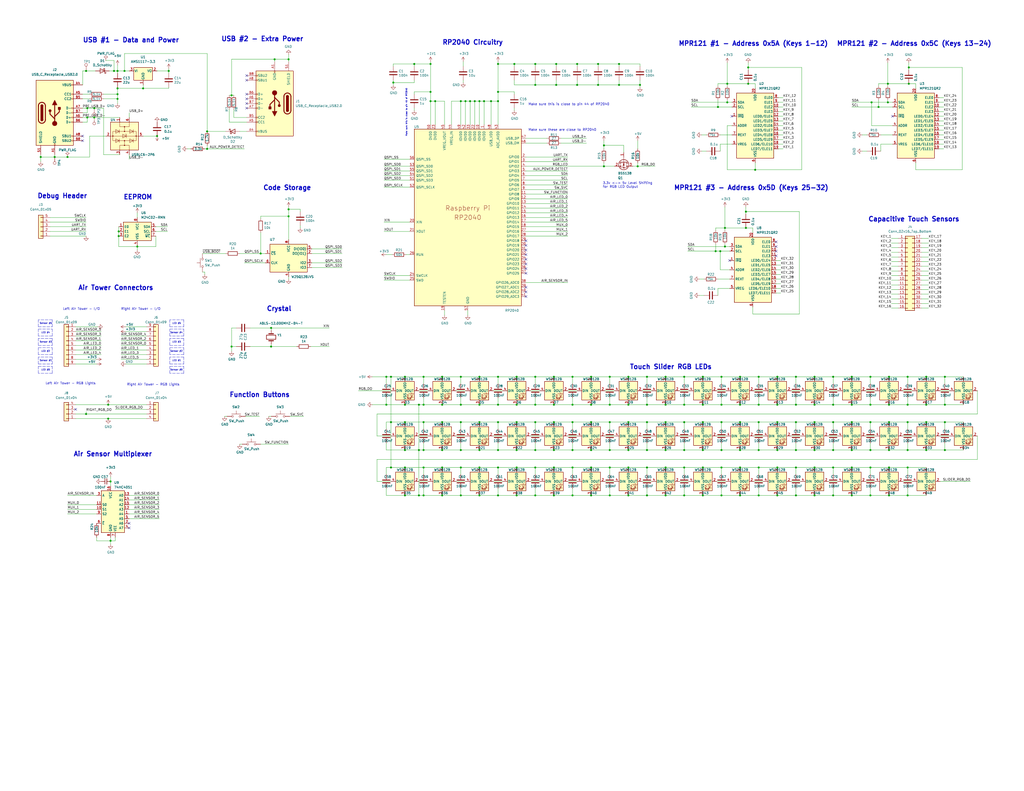
<source format=kicad_sch>
(kicad_sch (version 20211123) (generator eeschema)
  (paper "C")
  (junction (at 302.26 255.27))
  (junction (at 241.3 230.505))
  (junction (at 220.98 245.745))
  (junction (at 157.48 118.11))
  (junction (at 51.435 59.055))
  (junction (at 390.525 137.16))
  (junction (at 393.7 220.98))
  (junction (at 414.02 270.51))
  (junction (at 393.7 255.27))
  (junction (at 424.18 245.745))
  (junction (at 403.86 255.27))
  (junction (at 393.7 205.74))
  (junction (at 220.98 230.505))
  (junction (at 234.95 34.925))
  (junction (at 408.305 45.72))
  (junction (at 464.82 270.51))
  (junction (at 231.14 205.74))
  (junction (at 424.18 220.98))
  (junction (at 251.46 205.74))
  (junction (at 292.1 205.74))
  (junction (at 267.97 55.245))
  (junction (at 256.54 55.245))
  (junction (at 220.98 220.98))
  (junction (at 353.06 270.51))
  (junction (at 383.54 255.27))
  (junction (at 302.26 220.98))
  (junction (at 231.14 270.51))
  (junction (at 322.58 270.51))
  (junction (at 505.46 220.98))
  (junction (at 271.78 55.245))
  (junction (at 424.18 205.74))
  (junction (at 332.74 205.74))
  (junction (at 444.5 205.74))
  (junction (at 92.075 38.735))
  (junction (at 363.22 245.745))
  (junction (at 332.74 220.98))
  (junction (at 383.54 230.505))
  (junction (at 261.62 230.505))
  (junction (at 412.115 92.71))
  (junction (at 414.02 255.27))
  (junction (at 231.14 245.745))
  (junction (at 454.66 205.74))
  (junction (at 474.98 245.745))
  (junction (at 393.065 137.16))
  (junction (at 464.82 255.27))
  (junction (at 303.53 34.925))
  (junction (at 332.74 230.505))
  (junction (at 332.74 245.745))
  (junction (at 46.99 38.735))
  (junction (at 479.425 58.42))
  (junction (at 424.18 270.51))
  (junction (at 241.3 245.745))
  (junction (at 484.505 45.72))
  (junction (at 403.86 230.505))
  (junction (at 254 55.245))
  (junction (at 484.505 55.88))
  (junction (at 241.3 205.74))
  (junction (at 67.945 38.735))
  (junction (at 271.78 205.74))
  (junction (at 302.26 205.74))
  (junction (at 78.105 48.26))
  (junction (at 342.9 245.745))
  (junction (at 113.03 81.28))
  (junction (at 363.22 205.74))
  (junction (at 485.14 245.745))
  (junction (at 454.66 230.505))
  (junction (at 464.82 230.505))
  (junction (at 393.7 230.505))
  (junction (at 220.98 255.27))
  (junction (at 495.935 45.72))
  (junction (at 64.135 38.735))
  (junction (at 373.38 220.98))
  (junction (at 226.06 34.925))
  (junction (at 302.26 230.505))
  (junction (at 64.135 48.26))
  (junction (at 312.42 255.27))
  (junction (at 396.875 45.72))
  (junction (at 280.67 34.925))
  (junction (at 342.9 255.27))
  (junction (at 474.98 255.27))
  (junction (at 434.34 255.27))
  (junction (at 373.38 205.74))
  (junction (at 147.955 189.23))
  (junction (at 373.38 230.505))
  (junction (at 342.9 230.505))
  (junction (at 292.1 34.925))
  (junction (at 85.725 74.295))
  (junction (at 475.615 55.88))
  (junction (at 213.36 230.505))
  (junction (at 59.055 228.6))
  (junction (at 403.86 245.745))
  (junction (at 349.25 46.355))
  (junction (at 485.14 270.51))
  (junction (at 383.54 245.745))
  (junction (at 292.1 46.355))
  (junction (at 292.1 270.51))
  (junction (at 329.565 90.805))
  (junction (at 495.3 205.74))
  (junction (at 454.66 255.27))
  (junction (at 464.82 205.74))
  (junction (at 495.3 270.51))
  (junction (at 292.1 230.505))
  (junction (at 251.46 245.745))
  (junction (at 383.54 270.51))
  (junction (at 59.055 220.98))
  (junction (at 210.82 205.74))
  (junction (at 64.135 53.975))
  (junction (at 454.66 245.745))
  (junction (at 251.46 220.98))
  (junction (at 142.24 138.43))
  (junction (at 314.96 34.925))
  (junction (at 434.34 270.51))
  (junction (at 332.74 255.27))
  (junction (at 312.42 205.74))
  (junction (at 74.93 134.62))
  (junction (at 403.86 220.98))
  (junction (at 332.74 270.51))
  (junction (at 64.77 128.905))
  (junction (at 444.5 230.505))
  (junction (at 64.135 51.435))
  (junction (at 302.26 245.745))
  (junction (at 434.34 230.505))
  (junction (at 281.94 255.27))
  (junction (at 414.02 205.74))
  (junction (at 407.035 115.57))
  (junction (at 434.34 220.98))
  (junction (at 234.95 55.245))
  (junction (at 342.9 205.74))
  (junction (at 424.18 230.505))
  (junction (at 393.7 245.745))
  (junction (at 495.3 245.745))
  (junction (at 312.42 230.505))
  (junction (at 259.08 55.245))
  (junction (at 157.48 32.385))
  (junction (at 373.38 270.51))
  (junction (at 213.36 255.27))
  (junction (at 220.98 270.51))
  (junction (at 314.96 46.355))
  (junction (at 251.46 255.27))
  (junction (at 60.325 295.275))
  (junction (at 474.98 230.505))
  (junction (at 231.14 230.505))
  (junction (at 261.62 205.74))
  (junction (at 373.38 255.27))
  (junction (at 22.225 85.725))
  (junction (at 485.14 205.74))
  (junction (at 261.62 55.245))
  (junction (at 515.62 220.98))
  (junction (at 337.82 34.925))
  (junction (at 464.82 245.745))
  (junction (at 505.46 230.505))
  (junction (at 391.795 58.42))
  (junction (at 395.605 124.46))
  (junction (at 312.42 270.51))
  (junction (at 149.86 32.385))
  (junction (at 231.14 220.98))
  (junction (at 62.23 38.735))
  (junction (at 46.99 226.06))
  (junction (at 271.78 245.745))
  (junction (at 322.58 220.98))
  (junction (at 444.5 270.51))
  (junction (at 424.18 255.27))
  (junction (at 292.1 245.745))
  (junction (at 434.34 245.745))
  (junction (at 383.54 220.98))
  (junction (at 495.3 230.505))
  (junction (at 29.845 85.725))
  (junction (at 281.94 270.51))
  (junction (at 241.3 255.27))
  (junction (at 264.16 55.245))
  (junction (at 261.62 220.98))
  (junction (at 113.03 71.755))
  (junction (at 322.58 245.745))
  (junction (at 292.1 220.98))
  (junction (at 220.98 205.74))
  (junction (at 403.86 205.74))
  (junction (at 363.22 270.51))
  (junction (at 322.58 230.505))
  (junction (at 214.63 45.085))
  (junction (at 515.62 205.74))
  (junction (at 414.02 230.505))
  (junction (at 347.98 90.805))
  (junction (at 36.83 85.725))
  (junction (at 342.9 220.98))
  (junction (at 353.06 220.98))
  (junction (at 261.62 270.51))
  (junction (at 326.39 46.355))
  (junction (at 312.42 220.98))
  (junction (at 474.98 270.51))
  (junction (at 281.94 230.505))
  (junction (at 126.365 189.23))
  (junction (at 353.06 205.74))
  (junction (at 237.49 55.245))
  (junction (at 251.46 270.51))
  (junction (at 485.14 255.27))
  (junction (at 505.46 205.74))
  (junction (at 251.46 55.245))
  (junction (at 474.98 205.74))
  (junction (at 353.06 245.745))
  (junction (at 515.62 245.745))
  (junction (at 353.06 230.505))
  (junction (at 454.66 270.51))
  (junction (at 353.06 255.27))
  (junction (at 337.82 46.355))
  (junction (at 454.66 220.98))
  (junction (at 47.625 64.135))
  (junction (at 228.6 270.51))
  (junction (at 228.6 245.745))
  (junction (at 303.53 46.355))
  (junction (at 312.42 245.745))
  (junction (at 396.875 55.88))
  (junction (at 281.94 220.98))
  (junction (at 64.77 126.365))
  (junction (at 444.5 255.27))
  (junction (at 363.22 255.27))
  (junction (at 373.38 245.745))
  (junction (at 326.39 34.925))
  (junction (at 342.9 270.51))
  (junction (at 444.5 220.98))
  (junction (at 383.54 205.74))
  (junction (at 407.035 124.46))
  (junction (at 322.58 205.74))
  (junction (at 126.365 52.07))
  (junction (at 474.98 220.98))
  (junction (at 414.02 245.745))
  (junction (at 271.78 270.51))
  (junction (at 228.6 220.98))
  (junction (at 51.435 64.135))
  (junction (at 147.955 179.07))
  (junction (at 60.325 262.89))
  (junction (at 515.62 230.505))
  (junction (at 234.95 50.165))
  (junction (at 157.48 114.3))
  (junction (at 464.82 220.98))
  (junction (at 281.94 205.74))
  (junction (at 403.86 270.51))
  (junction (at 495.3 220.98))
  (junction (at 271.78 34.925))
  (junction (at 444.5 245.745))
  (junction (at 408.305 36.83))
  (junction (at 302.26 270.51))
  (junction (at 505.46 245.745))
  (junction (at 271.78 50.165))
  (junction (at 241.3 220.98))
  (junction (at 485.14 220.98))
  (junction (at 495.3 255.27))
  (junction (at 363.22 220.98))
  (junction (at 363.22 230.505))
  (junction (at 434.34 205.74))
  (junction (at 393.7 270.51))
  (junction (at 414.02 220.98))
  (junction (at 495.935 36.83))
  (junction (at 395.605 134.62))
  (junction (at 292.1 255.27))
  (junction (at 251.46 230.505))
  (junction (at 213.36 205.74))
  (junction (at 47.625 59.055))
  (junction (at 231.14 255.27))
  (junction (at 271.78 220.98))
  (junction (at 261.62 245.745))
  (junction (at 485.14 230.505))
  (junction (at 271.78 230.505))
  (junction (at 329.565 79.375))
  (junction (at 322.58 255.27))
  (junction (at 261.62 255.27))
  (junction (at 210.82 220.98))
  (junction (at 281.94 245.745))
  (junction (at 271.78 255.27))
  (junction (at 241.3 270.51))
  (no_connect (at 423.545 132.08))
  (no_connect (at 423.545 134.62))
  (no_connect (at 423.545 137.16))
  (no_connect (at 423.545 139.7))
  (no_connect (at 134.62 59.055))
  (no_connect (at 134.62 43.815))
  (no_connect (at 45.085 76.835))
  (no_connect (at 45.085 74.295))
  (no_connect (at 287.02 131.445))
  (no_connect (at 287.02 133.985))
  (no_connect (at 287.02 149.225))
  (no_connect (at 287.02 136.525))
  (no_connect (at 287.02 139.065))
  (no_connect (at 287.02 141.605))
  (no_connect (at 287.02 144.145))
  (no_connect (at 287.02 146.685))
  (no_connect (at 398.145 142.24))
  (no_connect (at 41.275 223.52))
  (no_connect (at 399.415 63.5))
  (no_connect (at 134.62 53.975))
  (no_connect (at 134.62 51.435))
  (no_connect (at 487.045 63.5))
  (no_connect (at 70.485 285.75))
  (no_connect (at 70.485 288.29))
  (no_connect (at 134.62 56.515))
  (no_connect (at 287.02 161.925))
  (no_connect (at 287.02 159.385))
  (no_connect (at 287.02 156.845))
  (no_connect (at 134.62 41.275))
  (wire (pts (xy 74.93 134.62) (xy 74.93 136.525)))
  (wire (pts (xy 444.5 220.98) (xy 454.66 220.98)))
  (wire (pts (xy 163.83 115.57) (xy 163.83 114.3)))
  (wire (pts (xy 464.82 205.74) (xy 474.98 205.74)))
  (polyline (pts (xy 28.575 203.835) (xy 20.955 203.835)))
  (polyline (pts (xy 100.33 193.675) (xy 100.33 189.865)))
  (wire (pts (xy 353.06 217.17) (xy 353.06 220.98)))
  (wire (pts (xy 220.98 220.98) (xy 228.6 220.98)))
  (wire (pts (xy 502.92 147.955) (xy 506.73 147.955)))
  (wire (pts (xy 474.98 241.935) (xy 474.98 245.745)))
  (wire (pts (xy 513.08 262.89) (xy 529.59 262.89)))
  (wire (pts (xy 36.83 278.13) (xy 52.705 278.13)))
  (wire (pts (xy 434.34 205.74) (xy 434.34 209.55)))
  (wire (pts (xy 512.445 73.66) (xy 514.985 73.66)))
  (wire (pts (xy 64.77 123.825) (xy 64.77 126.365)))
  (wire (pts (xy 45.085 66.675) (xy 47.625 66.675)))
  (wire (pts (xy 512.445 63.5) (xy 514.985 63.5)))
  (wire (pts (xy 234.95 50.165) (xy 234.95 55.245)))
  (wire (pts (xy 480.695 78.74) (xy 487.045 78.74)))
  (wire (pts (xy 209.55 93.345) (xy 223.52 93.345)))
  (wire (pts (xy 213.36 255.27) (xy 210.82 255.27)))
  (wire (pts (xy 454.66 255.27) (xy 464.82 255.27)))
  (wire (pts (xy 533.4 250.825) (xy 205.74 250.825)))
  (wire (pts (xy 330.2 213.36) (xy 335.28 213.36)))
  (wire (pts (xy 332.74 255.27) (xy 332.74 259.08)))
  (wire (pts (xy 209.55 95.885) (xy 223.52 95.885)))
  (wire (pts (xy 424.18 255.27) (xy 434.34 255.27)))
  (wire (pts (xy 252.73 33.655) (xy 252.73 36.195)))
  (wire (pts (xy 312.42 205.74) (xy 312.42 209.55)))
  (wire (pts (xy 70.485 280.67) (xy 86.995 280.67)))
  (wire (pts (xy 55.245 183.515) (xy 41.275 183.515)))
  (wire (pts (xy 512.445 60.96) (xy 514.985 60.96)))
  (wire (pts (xy 303.53 46.355) (xy 292.1 46.355)))
  (wire (pts (xy 472.44 238.125) (xy 477.52 238.125)))
  (wire (pts (xy 424.815 78.74) (xy 427.355 78.74)))
  (wire (pts (xy 158.115 227.33) (xy 165.735 227.33)))
  (wire (pts (xy 231.14 245.745) (xy 241.3 245.745)))
  (wire (pts (xy 147.955 179.07) (xy 179.705 179.07)))
  (polyline (pts (xy 28.575 194.945) (xy 20.955 194.945)))
  (wire (pts (xy 486.41 140.335) (xy 490.22 140.335)))
  (wire (pts (xy 396.875 34.29) (xy 396.875 45.72)))
  (wire (pts (xy 292.1 205.74) (xy 302.26 205.74)))
  (wire (pts (xy 353.06 255.27) (xy 353.06 259.08)))
  (wire (pts (xy 512.445 78.74) (xy 514.985 78.74)))
  (wire (pts (xy 424.815 71.12) (xy 427.355 71.12)))
  (wire (pts (xy 353.06 245.745) (xy 363.22 245.745)))
  (wire (pts (xy 373.38 270.51) (xy 383.54 270.51)))
  (polyline (pts (xy 20.955 178.435) (xy 28.575 178.435)))
  (wire (pts (xy 68.58 198.755) (xy 80.01 198.755)))
  (wire (pts (xy 495.3 217.17) (xy 495.3 220.98)))
  (wire (pts (xy 391.795 157.48) (xy 398.145 157.48)))
  (wire (pts (xy 36.83 270.51) (xy 52.705 270.51)))
  (wire (pts (xy 444.5 205.74) (xy 454.66 205.74)))
  (polyline (pts (xy 92.71 179.705) (xy 100.33 179.705)))
  (wire (pts (xy 57.785 33.02) (xy 62.23 33.02)))
  (wire (pts (xy 345.44 90.805) (xy 347.98 90.805)))
  (wire (pts (xy 56.515 84.455) (xy 65.405 84.455)))
  (wire (pts (xy 231.14 205.74) (xy 241.3 205.74)))
  (wire (pts (xy 390.525 125.73) (xy 390.525 124.46)))
  (wire (pts (xy 403.86 245.745) (xy 414.02 245.745)))
  (wire (pts (xy 347.98 90.805) (xy 357.505 90.805)))
  (wire (pts (xy 512.445 53.34) (xy 514.985 53.34)))
  (wire (pts (xy 157.48 114.3) (xy 157.48 118.11)))
  (wire (pts (xy 213.36 205.74) (xy 213.36 230.505)))
  (wire (pts (xy 237.49 55.245) (xy 234.95 55.245)))
  (wire (pts (xy 287.02 118.745) (xy 309.88 118.745)))
  (wire (pts (xy 209.55 90.805) (xy 223.52 90.805)))
  (wire (pts (xy 512.445 76.2) (xy 514.985 76.2)))
  (wire (pts (xy 322.58 245.745) (xy 332.74 245.745)))
  (wire (pts (xy 67.945 29.21) (xy 67.945 38.735)))
  (wire (pts (xy 280.67 34.925) (xy 292.1 34.925)))
  (wire (pts (xy 424.815 63.5) (xy 427.355 63.5)))
  (wire (pts (xy 391.795 161.29) (xy 391.795 157.48)))
  (wire (pts (xy 349.25 43.815) (xy 349.25 46.355)))
  (wire (pts (xy 210.82 139.065) (xy 213.995 139.065)))
  (wire (pts (xy 261.62 230.505) (xy 271.78 230.505)))
  (wire (pts (xy 157.48 113.03) (xy 157.48 114.3)))
  (wire (pts (xy 495.935 36.83) (xy 495.935 38.1)))
  (wire (pts (xy 390.525 133.35) (xy 390.525 137.16)))
  (wire (pts (xy 64.77 126.365) (xy 64.77 128.905)))
  (wire (pts (xy 47.625 61.595) (xy 47.625 59.055)))
  (wire (pts (xy 271.78 241.935) (xy 271.78 245.745)))
  (wire (pts (xy 370.84 262.89) (xy 375.92 262.89)))
  (wire (pts (xy 47.625 66.675) (xy 47.625 64.135)))
  (wire (pts (xy 434.34 270.51) (xy 444.5 270.51)))
  (wire (pts (xy 231.14 270.51) (xy 241.3 270.51)))
  (wire (pts (xy 444.5 230.505) (xy 454.66 230.505)))
  (wire (pts (xy 322.58 230.505) (xy 332.74 230.505)))
  (wire (pts (xy 342.9 220.98) (xy 353.06 220.98)))
  (wire (pts (xy 146.685 227.33) (xy 147.955 227.33)))
  (wire (pts (xy 375.285 134.62) (xy 395.605 134.62)))
  (wire (pts (xy 142.24 119.38) (xy 142.24 118.11)))
  (wire (pts (xy 414.02 270.51) (xy 424.18 270.51)))
  (wire (pts (xy 269.24 262.89) (xy 274.32 262.89)))
  (wire (pts (xy 414.02 266.7) (xy 414.02 270.51)))
  (wire (pts (xy 47.625 59.055) (xy 51.435 59.055)))
  (wire (pts (xy 252.73 43.815) (xy 252.73 45.085)))
  (wire (pts (xy 381.635 152.4) (xy 384.175 152.4)))
  (polyline (pts (xy 28.575 188.595) (xy 28.575 184.785)))
  (wire (pts (xy 322.58 220.98) (xy 332.74 220.98)))
  (wire (pts (xy 251.46 245.745) (xy 261.62 245.745)))
  (wire (pts (xy 302.26 255.27) (xy 312.42 255.27)))
  (wire (pts (xy 128.905 179.07) (xy 126.365 179.07)))
  (wire (pts (xy 248.92 262.89) (xy 254 262.89)))
  (wire (pts (xy 314.96 36.195) (xy 314.96 34.925)))
  (wire (pts (xy 329.565 76.835) (xy 329.565 79.375)))
  (wire (pts (xy 231.14 217.17) (xy 231.14 220.98)))
  (wire (pts (xy 280.67 51.435) (xy 280.67 50.165)))
  (wire (pts (xy 228.6 213.36) (xy 233.68 213.36)))
  (wire (pts (xy 515.62 205.74) (xy 525.78 205.74)))
  (wire (pts (xy 280.67 59.055) (xy 280.67 60.325)))
  (wire (pts (xy 261.62 205.74) (xy 271.78 205.74)))
  (polyline (pts (xy 20.955 188.595) (xy 20.955 184.785)))
  (wire (pts (xy 353.06 241.935) (xy 353.06 245.745)))
  (wire (pts (xy 70.485 270.51) (xy 86.995 270.51)))
  (wire (pts (xy 213.36 205.74) (xy 210.82 205.74)))
  (wire (pts (xy 412.115 48.26) (xy 412.115 45.72)))
  (wire (pts (xy 312.42 266.7) (xy 312.42 270.51)))
  (wire (pts (xy 502.92 160.655) (xy 506.73 160.655)))
  (wire (pts (xy 452.12 238.125) (xy 457.2 238.125)))
  (polyline (pts (xy 28.575 193.675) (xy 20.955 193.675)))
  (wire (pts (xy 259.08 55.245) (xy 261.62 55.245)))
  (wire (pts (xy 256.54 67.945) (xy 256.54 55.245)))
  (wire (pts (xy 383.54 220.98) (xy 393.7 220.98)))
  (wire (pts (xy 241.3 255.27) (xy 251.46 255.27)))
  (wire (pts (xy 223.52 126.365) (xy 209.55 126.365)))
  (wire (pts (xy 70.485 61.595) (xy 70.485 64.135)))
  (polyline (pts (xy 100.33 183.515) (xy 100.33 179.705)))
  (wire (pts (xy 464.82 245.745) (xy 474.98 245.745)))
  (polyline (pts (xy 20.955 179.705) (xy 28.575 179.705)))
  (wire (pts (xy 133.985 227.33) (xy 141.605 227.33)))
  (wire (pts (xy 407.035 113.03) (xy 407.035 115.57)))
  (wire (pts (xy 271.78 230.505) (xy 271.78 234.315)))
  (wire (pts (xy 393.065 73.66) (xy 399.415 73.66)))
  (polyline (pts (xy 20.955 183.515) (xy 20.955 179.705)))
  (wire (pts (xy 464.82 220.98) (xy 474.98 220.98)))
  (wire (pts (xy 287.02 98.425) (xy 309.88 98.425)))
  (wire (pts (xy 60.325 260.35) (xy 60.325 262.89)))
  (wire (pts (xy 332.74 230.505) (xy 342.9 230.505)))
  (wire (pts (xy 381.635 161.29) (xy 384.175 161.29)))
  (wire (pts (xy 213.36 230.505) (xy 213.36 255.27)))
  (wire (pts (xy 340.36 79.375) (xy 329.565 79.375)))
  (wire (pts (xy 486.41 160.655) (xy 490.22 160.655)))
  (wire (pts (xy 515.62 205.74) (xy 515.62 209.55)))
  (wire (pts (xy 231.14 266.7) (xy 231.14 270.51)))
  (wire (pts (xy 486.41 163.195) (xy 490.22 163.195)))
  (wire (pts (xy 214.63 45.085) (xy 226.06 45.085)))
  (wire (pts (xy 271.78 266.7) (xy 271.78 270.51)))
  (wire (pts (xy 486.41 135.255) (xy 490.22 135.255)))
  (wire (pts (xy 502.92 130.175) (xy 506.73 130.175)))
  (wire (pts (xy 306.07 75.565) (xy 320.04 75.565)))
  (wire (pts (xy 231.14 230.505) (xy 231.14 234.315)))
  (wire (pts (xy 170.18 146.05) (xy 186.69 146.05)))
  (wire (pts (xy 377.19 58.42) (xy 391.795 58.42)))
  (wire (pts (xy 474.98 220.98) (xy 485.14 220.98)))
  (wire (pts (xy 163.83 123.19) (xy 163.83 124.46)))
  (wire (pts (xy 223.52 150.495) (xy 209.55 150.495)))
  (wire (pts (xy 444.5 245.745) (xy 454.66 245.745)))
  (wire (pts (xy 452.12 262.89) (xy 457.2 262.89)))
  (wire (pts (xy 125.095 52.07) (xy 126.365 52.07)))
  (wire (pts (xy 431.8 238.125) (xy 436.88 238.125)))
  (wire (pts (xy 287.02 108.585) (xy 309.88 108.585)))
  (wire (pts (xy 396.875 55.88) (xy 399.415 55.88)))
  (wire (pts (xy 45.085 64.135) (xy 47.625 64.135)))
  (wire (pts (xy 485.14 205.74) (xy 495.3 205.74)))
  (wire (pts (xy 214.63 43.815) (xy 214.63 45.085)))
  (wire (pts (xy 41.275 226.06) (xy 46.99 226.06)))
  (wire (pts (xy 27.305 128.905) (xy 46.99 128.905)))
  (wire (pts (xy 431.8 213.36) (xy 436.88 213.36)))
  (wire (pts (xy 495.3 270.51) (xy 505.46 270.51)))
  (wire (pts (xy 292.1 230.505) (xy 292.1 234.315)))
  (wire (pts (xy 52.705 295.275) (xy 60.325 295.275)))
  (wire (pts (xy 220.98 205.74) (xy 213.36 205.74)))
  (wire (pts (xy 223.52 86.995) (xy 209.55 86.995)))
  (wire (pts (xy 254 55.245) (xy 256.54 55.245)))
  (wire (pts (xy 70.485 273.05) (xy 86.995 273.05)))
  (wire (pts (xy 59.055 220.98) (xy 80.01 220.98)))
  (wire (pts (xy 383.54 205.74) (xy 393.7 205.74)))
  (wire (pts (xy 486.41 153.035) (xy 490.22 153.035)))
  (wire (pts (xy 67.945 29.21) (xy 113.03 29.21)))
  (wire (pts (xy 505.46 245.745) (xy 515.62 245.745)))
  (wire (pts (xy 424.815 66.04) (xy 427.355 66.04)))
  (wire (pts (xy 231.14 205.74) (xy 231.14 209.55)))
  (wire (pts (xy 486.41 145.415) (xy 490.22 145.415)))
  (wire (pts (xy 393.065 78.74) (xy 399.415 78.74)))
  (wire (pts (xy 396.875 68.58) (xy 396.875 92.71)))
  (wire (pts (xy 74.93 133.985) (xy 74.93 134.62)))
  (wire (pts (xy 210.82 230.505) (xy 210.82 234.315)))
  (wire (pts (xy 329.565 79.375) (xy 329.565 81.28)))
  (wire (pts (xy 41.275 186.055) (xy 55.245 186.055)))
  (wire (pts (xy 251.46 270.51) (xy 261.62 270.51)))
  (wire (pts (xy 495.3 255.27) (xy 505.46 255.27)))
  (wire (pts (xy 234.95 55.245) (xy 234.95 67.945)))
  (wire (pts (xy 287.02 85.725) (xy 309.88 85.725)))
  (wire (pts (xy 237.49 67.945) (xy 237.49 55.245)))
  (wire (pts (xy 434.34 255.27) (xy 444.5 255.27)))
  (wire (pts (xy 486.41 168.275) (xy 490.22 168.275)))
  (wire (pts (xy 377.19 55.88) (xy 396.875 55.88)))
  (wire (pts (xy 391.795 58.42) (xy 399.415 58.42)))
  (polyline (pts (xy 100.33 174.625) (xy 92.71 174.625)))
  (wire (pts (xy 64.135 47.625) (xy 64.135 48.26)))
  (wire (pts (xy 393.7 205.74) (xy 393.7 209.55)))
  (wire (pts (xy 251.46 255.27) (xy 261.62 255.27)))
  (wire (pts (xy 70.485 278.13) (xy 86.995 278.13)))
  (wire (pts (xy 62.865 295.275) (xy 60.325 295.275)))
  (wire (pts (xy 475.615 55.88) (xy 484.505 55.88)))
  (wire (pts (xy 312.42 255.27) (xy 312.42 259.08)))
  (wire (pts (xy 62.23 38.735) (xy 64.135 38.735)))
  (wire (pts (xy 292.1 255.27) (xy 302.26 255.27)))
  (wire (pts (xy 474.98 217.17) (xy 474.98 220.98)))
  (polyline (pts (xy 20.955 193.675) (xy 20.955 189.865)))
  (wire (pts (xy 393.7 266.7) (xy 393.7 270.51)))
  (wire (pts (xy 59.055 228.6) (xy 80.01 228.6)))
  (wire (pts (xy 393.7 241.935) (xy 393.7 245.745)))
  (wire (pts (xy 353.06 205.74) (xy 363.22 205.74)))
  (wire (pts (xy 209.55 121.285) (xy 223.52 121.285)))
  (wire (pts (xy 45.085 53.975) (xy 48.895 53.975)))
  (wire (pts (xy 411.48 213.36) (xy 416.56 213.36)))
  (wire (pts (xy 287.02 123.825) (xy 309.88 123.825)))
  (wire (pts (xy 292.1 270.51) (xy 302.26 270.51)))
  (polyline (pts (xy 20.955 178.435) (xy 20.955 174.625)))
  (wire (pts (xy 314.96 34.925) (xy 326.39 34.925)))
  (wire (pts (xy 157.48 33.655) (xy 157.48 32.385)))
  (wire (pts (xy 474.98 255.27) (xy 474.98 259.08)))
  (wire (pts (xy 56.515 59.055) (xy 56.515 84.455)))
  (wire (pts (xy 302.26 220.98) (xy 312.42 220.98)))
  (wire (pts (xy 205.74 250.825) (xy 205.74 262.89)))
  (wire (pts (xy 130.81 138.43) (xy 142.24 138.43)))
  (wire (pts (xy 495.3 230.505) (xy 495.3 234.315)))
  (wire (pts (xy 74.93 116.205) (xy 74.93 118.745)))
  (wire (pts (xy 48.895 74.295) (xy 48.895 85.725)))
  (wire (pts (xy 502.92 132.715) (xy 506.73 132.715)))
  (wire (pts (xy 373.38 230.505) (xy 383.54 230.505)))
  (wire (pts (xy 46.99 224.79) (xy 46.99 226.06)))
  (wire (pts (xy 226.06 50.165) (xy 234.95 50.165)))
  (wire (pts (xy 267.97 55.245) (xy 271.78 55.245)))
  (wire (pts (xy 382.905 73.66) (xy 385.445 73.66)))
  (wire (pts (xy 281.94 220.98) (xy 292.1 220.98)))
  (wire (pts (xy 127.635 64.135) (xy 134.62 64.135)))
  (wire (pts (xy 309.88 262.89) (xy 314.96 262.89)))
  (wire (pts (xy 480.695 82.55) (xy 480.695 78.74)))
  (wire (pts (xy 157.48 118.11) (xy 157.48 130.81)))
  (wire (pts (xy 487.045 68.58) (xy 475.615 68.58)))
  (wire (pts (xy 515.62 245.745) (xy 525.78 245.745)))
  (wire (pts (xy 485.14 270.51) (xy 495.3 270.51)))
  (wire (pts (xy 349.25 36.195) (xy 349.25 34.925)))
  (wire (pts (xy 45.085 38.735) (xy 46.99 38.735)))
  (wire (pts (xy 113.03 81.28) (xy 133.35 81.28)))
  (wire (pts (xy 414.02 230.505) (xy 414.02 234.315)))
  (wire (pts (xy 332.74 230.505) (xy 332.74 234.315)))
  (wire (pts (xy 231.14 255.27) (xy 241.3 255.27)))
  (wire (pts (xy 228.6 270.51) (xy 231.14 270.51)))
  (wire (pts (xy 513.08 213.36) (xy 518.16 213.36)))
  (polyline (pts (xy 100.33 183.515) (xy 92.71 183.515)))
  (wire (pts (xy 312.42 241.935) (xy 312.42 245.745)))
  (wire (pts (xy 287.02 128.905) (xy 309.88 128.905)))
  (wire (pts (xy 326.39 46.355) (xy 314.96 46.355)))
  (wire (pts (xy 499.745 45.72) (xy 495.935 45.72)))
  (wire (pts (xy 220.98 230.505) (xy 213.36 230.505)))
  (wire (pts (xy 85.725 74.295) (xy 78.105 74.295)))
  (wire (pts (xy 342.9 270.51) (xy 353.06 270.51)))
  (wire (pts (xy 332.74 270.51) (xy 342.9 270.51)))
  (polyline (pts (xy 20.955 188.595) (xy 28.575 188.595)))
  (polyline (pts (xy 92.71 200.025) (xy 100.33 200.025)))
  (wire (pts (xy 220.98 270.51) (xy 210.82 270.51)))
  (wire (pts (xy 41.275 220.98) (xy 59.055 220.98)))
  (wire (pts (xy 411.48 262.89) (xy 416.56 262.89)))
  (wire (pts (xy 412.115 45.72) (xy 408.305 45.72)))
  (wire (pts (xy 499.745 48.26) (xy 499.745 45.72)))
  (wire (pts (xy 122.555 227.33) (xy 123.825 227.33)))
  (wire (pts (xy 332.74 245.745) (xy 342.9 245.745)))
  (wire (pts (xy 41.275 191.135) (xy 55.245 191.135)))
  (wire (pts (xy 347.98 81.28) (xy 347.98 76.835)))
  (wire (pts (xy 27.305 126.365) (xy 46.99 126.365)))
  (wire (pts (xy 502.92 140.335) (xy 506.73 140.335)))
  (wire (pts (xy 205.74 262.89) (xy 213.36 262.89)))
  (wire (pts (xy 85.09 123.825) (xy 91.44 123.825)))
  (wire (pts (xy 242.57 169.545) (xy 242.57 172.085)))
  (wire (pts (xy 261.62 255.27) (xy 271.78 255.27)))
  (wire (pts (xy 495.3 266.7) (xy 495.3 270.51)))
  (wire (pts (xy 484.505 45.72) (xy 484.505 46.99)))
  (wire (pts (xy 353.06 270.51) (xy 363.22 270.51)))
  (wire (pts (xy 484.505 54.61) (xy 484.505 55.88)))
  (wire (pts (xy 495.935 36.83) (xy 525.145 36.83)))
  (wire (pts (xy 373.38 217.17) (xy 373.38 220.98)))
  (wire (pts (xy 370.84 213.36) (xy 375.92 213.36)))
  (wire (pts (xy 271.78 217.17) (xy 271.78 220.98)))
  (wire (pts (xy 340.36 83.185) (xy 340.36 79.375)))
  (wire (pts (xy 312.42 230.505) (xy 322.58 230.505)))
  (wire (pts (xy 289.56 238.125) (xy 294.64 238.125)))
  (wire (pts (xy 512.445 71.12) (xy 514.985 71.12)))
  (wire (pts (xy 271.78 230.505) (xy 281.94 230.505)))
  (polyline (pts (xy 100.33 198.755) (xy 100.33 194.945)))
  (wire (pts (xy 486.41 142.875) (xy 490.22 142.875)))
  (wire (pts (xy 214.63 45.085) (xy 214.63 46.355)))
  (wire (pts (xy 292.1 36.195) (xy 292.1 34.925)))
  (wire (pts (xy 47.625 64.135) (xy 51.435 64.135)))
  (wire (pts (xy 170.18 138.43) (xy 186.69 138.43)))
  (wire (pts (xy 407.035 115.57) (xy 407.035 116.84)))
  (wire (pts (xy 485.14 245.745) (xy 495.3 245.745)))
  (wire (pts (xy 474.98 255.27) (xy 485.14 255.27)))
  (wire (pts (xy 472.44 213.36) (xy 477.52 213.36)))
  (wire (pts (xy 241.3 205.74) (xy 251.46 205.74)))
  (wire (pts (xy 231.14 255.27) (xy 231.14 259.08)))
  (wire (pts (xy 464.82 55.88) (xy 475.615 55.88)))
  (wire (pts (xy 130.81 71.755) (xy 134.62 71.755)))
  (wire (pts (xy 329.565 88.9) (xy 329.565 90.805)))
  (wire (pts (xy 423.545 157.48) (xy 426.085 157.48)))
  (wire (pts (xy 424.815 68.58) (xy 427.355 68.58)))
  (wire (pts (xy 464.82 270.51) (xy 474.98 270.51)))
  (wire (pts (xy 287.02 121.285) (xy 309.88 121.285)))
  (wire (pts (xy 226.06 34.925) (xy 234.95 34.925)))
  (wire (pts (xy 464.82 230.505) (xy 474.98 230.505)))
  (wire (pts (xy 226.06 59.055) (xy 226.06 60.325)))
  (wire (pts (xy 170.18 135.89) (xy 186.69 135.89)))
  (wire (pts (xy 486.41 130.175) (xy 490.22 130.175)))
  (polyline (pts (xy 92.71 198.755) (xy 100.33 198.755)))
  (wire (pts (xy 353.06 230.505) (xy 353.06 234.315)))
  (wire (pts (xy 269.24 238.125) (xy 274.32 238.125)))
  (wire (pts (xy 414.02 205.74) (xy 414.02 209.55)))
  (wire (pts (xy 353.06 266.7) (xy 353.06 270.51)))
  (wire (pts (xy 444.5 270.51) (xy 454.66 270.51)))
  (wire (pts (xy 499.745 88.9) (xy 499.745 92.71)))
  (wire (pts (xy 512.445 58.42) (xy 514.985 58.42)))
  (wire (pts (xy 56.515 53.975) (xy 64.135 53.975)))
  (wire (pts (xy 454.66 266.7) (xy 454.66 270.51)))
  (wire (pts (xy 267.97 67.945) (xy 267.97 55.245)))
  (wire (pts (xy 391.16 262.89) (xy 396.24 262.89)))
  (wire (pts (xy 45.085 61.595) (xy 47.625 61.595)))
  (wire (pts (xy 62.865 293.37) (xy 62.865 295.275)))
  (polyline (pts (xy 92.71 178.435) (xy 92.71 174.625)))
  (wire (pts (xy 337.82 43.815) (xy 337.82 46.355)))
  (wire (pts (xy 314.96 46.355) (xy 303.53 46.355)))
  (polyline (pts (xy 100.33 194.945) (xy 92.71 194.945)))
  (wire (pts (xy 241.3 245.745) (xy 251.46 245.745)))
  (wire (pts (xy 228.6 262.89) (xy 233.68 262.89)))
  (wire (pts (xy 147.955 180.34) (xy 147.955 179.07)))
  (wire (pts (xy 342.9 205.74) (xy 353.06 205.74)))
  (wire (pts (xy 533.4 226.06) (xy 205.74 226.06)))
  (wire (pts (xy 434.34 220.98) (xy 444.5 220.98)))
  (wire (pts (xy 495.3 255.27) (xy 495.3 259.08)))
  (wire (pts (xy 353.06 255.27) (xy 363.22 255.27)))
  (wire (pts (xy 393.7 217.17) (xy 393.7 220.98)))
  (wire (pts (xy 326.39 34.925) (xy 337.82 34.925)))
  (wire (pts (xy 407.035 115.57) (xy 436.245 115.57)))
  (wire (pts (xy 214.63 34.925) (xy 226.06 34.925)))
  (polyline (pts (xy 100.33 193.675) (xy 92.71 193.675)))
  (wire (pts (xy 60.325 293.37) (xy 60.325 295.275)))
  (wire (pts (xy 220.98 245.745) (xy 228.6 245.745)))
  (wire (pts (xy 281.94 255.27) (xy 292.1 255.27)))
  (wire (pts (xy 332.74 205.74) (xy 332.74 209.55)))
  (wire (pts (xy 303.53 34.925) (xy 314.96 34.925)))
  (wire (pts (xy 492.76 262.89) (xy 497.84 262.89)))
  (wire (pts (xy 495.3 230.505) (xy 505.46 230.505)))
  (wire (pts (xy 373.38 205.74) (xy 383.54 205.74)))
  (wire (pts (xy 452.12 213.36) (xy 457.2 213.36)))
  (wire (pts (xy 484.505 45.72) (xy 495.935 45.72)))
  (wire (pts (xy 484.505 55.88) (xy 487.045 55.88)))
  (wire (pts (xy 289.56 213.36) (xy 294.64 213.36)))
  (wire (pts (xy 261.62 220.98) (xy 271.78 220.98)))
  (wire (pts (xy 169.545 189.23) (xy 179.705 189.23)))
  (wire (pts (xy 342.9 245.745) (xy 353.06 245.745)))
  (wire (pts (xy 85.09 134.62) (xy 74.93 134.62)))
  (wire (pts (xy 373.38 255.27) (xy 383.54 255.27)))
  (wire (pts (xy 136.525 179.07) (xy 147.955 179.07)))
  (wire (pts (xy 251.46 205.74) (xy 251.46 209.55)))
  (wire (pts (xy 391.795 54.61) (xy 391.795 58.42)))
  (wire (pts (xy 303.53 36.195) (xy 303.53 34.925)))
  (wire (pts (xy 281.94 230.505) (xy 292.1 230.505)))
  (wire (pts (xy 424.815 76.2) (xy 427.355 76.2)))
  (wire (pts (xy 454.66 230.505) (xy 454.66 234.315)))
  (wire (pts (xy 393.065 82.55) (xy 393.065 78.74)))
  (wire (pts (xy 60.325 262.89) (xy 60.325 265.43)))
  (wire (pts (xy 395.605 133.35) (xy 395.605 134.62)))
  (wire (pts (xy 67.945 38.735) (xy 70.485 38.735)))
  (wire (pts (xy 332.74 255.27) (xy 342.9 255.27)))
  (wire (pts (xy 64.135 38.735) (xy 64.135 40.005)))
  (wire (pts (xy 363.22 245.745) (xy 373.38 245.745)))
  (wire (pts (xy 51.435 64.135) (xy 65.405 64.135)))
  (wire (pts (xy 436.245 115.57) (xy 436.245 171.45)))
  (wire (pts (xy 382.905 82.55) (xy 385.445 82.55)))
  (wire (pts (xy 423.545 154.94) (xy 426.085 154.94)))
  (wire (pts (xy 22.225 85.725) (xy 29.845 85.725)))
  (wire (pts (xy 281.94 270.51) (xy 292.1 270.51)))
  (wire (pts (xy 241.3 220.98) (xy 251.46 220.98)))
  (wire (pts (xy 29.845 84.455) (xy 29.845 85.725)))
  (wire (pts (xy 342.9 230.505) (xy 353.06 230.505)))
  (wire (pts (xy 210.82 266.7) (xy 210.82 270.51)))
  (wire (pts (xy 330.2 238.125) (xy 335.28 238.125)))
  (wire (pts (xy 363.22 270.51) (xy 373.38 270.51)))
  (polyline (pts (xy 20.955 203.835) (xy 20.955 200.025)))
  (wire (pts (xy 391.795 152.4) (xy 398.145 152.4)))
  (polyline (pts (xy 28.575 203.835) (xy 28.575 200.025)))
  (wire (pts (xy 113.03 71.755) (xy 123.19 71.755)))
  (wire (pts (xy 373.38 205.74) (xy 373.38 209.55)))
  (wire (pts (xy 437.515 92.71) (xy 412.115 92.71)))
  (wire (pts (xy 223.52 153.035) (xy 209.55 153.035)))
  (polyline (pts (xy 28.575 198.755) (xy 28.575 194.945)))
  (wire (pts (xy 261.62 55.245) (xy 264.16 55.245)))
  (wire (pts (xy 395.605 124.46) (xy 395.605 125.73)))
  (wire (pts (xy 51.435 59.055) (xy 56.515 59.055)))
  (wire (pts (xy 292.1 241.935) (xy 292.1 245.745)))
  (wire (pts (xy 436.245 171.45) (xy 410.845 171.45)))
  (wire (pts (xy 251.46 255.27) (xy 251.46 259.08)))
  (wire (pts (xy 220.98 245.745) (xy 210.82 245.745)))
  (wire (pts (xy 142.24 127) (xy 142.24 138.43)))
  (wire (pts (xy 486.41 132.715) (xy 490.22 132.715)))
  (wire (pts (xy 424.815 58.42) (xy 427.355 58.42)))
  (wire (pts (xy 337.82 46.355) (xy 326.39 46.355)))
  (wire (pts (xy 393.7 230.505) (xy 403.86 230.505)))
  (wire (pts (xy 434.34 205.74) (xy 444.5 205.74)))
  (wire (pts (xy 242.57 67.945) (xy 242.57 55.245)))
  (wire (pts (xy 495.935 34.29) (xy 495.935 36.83)))
  (wire (pts (xy 22.225 85.725) (xy 22.225 88.265)))
  (wire (pts (xy 113.03 79.375) (xy 113.03 81.28)))
  (wire (pts (xy 251.46 55.245) (xy 254 55.245)))
  (wire (pts (xy 287.02 103.505) (xy 309.88 103.505)))
  (wire (pts (xy 403.86 255.27) (xy 414.02 255.27)))
  (wire (pts (xy 505.46 230.505) (xy 515.62 230.505)))
  (wire (pts (xy 414.02 241.935) (xy 414.02 245.745)))
  (wire (pts (xy 322.58 255.27) (xy 332.74 255.27)))
  (polyline (pts (xy 28.575 184.785) (xy 20.955 184.785)))
  (wire (pts (xy 454.66 245.745) (xy 464.82 245.745)))
  (wire (pts (xy 332.74 266.7) (xy 332.74 270.51)))
  (wire (pts (xy 350.52 213.36) (xy 355.6 213.36)))
  (wire (pts (xy 220.98 255.27) (xy 231.14 255.27)))
  (wire (pts (xy 259.08 67.945) (xy 259.08 55.245)))
  (wire (pts (xy 205.74 226.06) (xy 205.74 238.125)))
  (wire (pts (xy 373.38 241.935) (xy 373.38 245.745)))
  (wire (pts (xy 41.275 178.435) (xy 53.34 178.435)))
  (wire (pts (xy 342.9 255.27) (xy 353.06 255.27)))
  (wire (pts (xy 213.36 230.505) (xy 210.82 230.505)))
  (wire (pts (xy 454.66 230.505) (xy 464.82 230.505)))
  (wire (pts (xy 393.065 137.16) (xy 398.145 137.16)))
  (wire (pts (xy 525.145 36.83) (xy 525.145 92.71)))
  (wire (pts (xy 414.02 255.27) (xy 424.18 255.27)))
  (wire (pts (xy 64.135 35.56) (xy 64.135 38.735)))
  (wire (pts (xy 434.34 266.7) (xy 434.34 270.51)))
  (wire (pts (xy 502.92 168.275) (xy 506.73 168.275)))
  (wire (pts (xy 64.77 128.905) (xy 64.77 134.62)))
  (wire (pts (xy 170.18 143.51) (xy 186.69 143.51)))
  (polyline (pts (xy 92.71 193.675) (xy 92.71 189.865)))
  (wire (pts (xy 424.815 81.28) (xy 427.355 81.28)))
  (wire (pts (xy 391.795 46.99) (xy 391.795 45.72)))
  (wire (pts (xy 502.92 142.875) (xy 506.73 142.875)))
  (wire (pts (xy 70.485 283.21) (xy 86.995 283.21)))
  (wire (pts (xy 502.92 163.195) (xy 506.73 163.195)))
  (wire (pts (xy 292.1 34.925) (xy 303.53 34.925)))
  (wire (pts (xy 479.425 54.61) (xy 479.425 58.42)))
  (wire (pts (xy 70.485 275.59) (xy 86.995 275.59)))
  (wire (pts (xy 80.01 193.675) (xy 66.04 193.675)))
  (wire (pts (xy 515.62 230.505) (xy 525.78 230.505)))
  (wire (pts (xy 110.49 148.59) (xy 111.76 148.59)))
  (wire (pts (xy 68.58 180.975) (xy 80.01 180.975)))
  (wire (pts (xy 391.795 45.72) (xy 396.875 45.72)))
  (wire (pts (xy 396.875 45.72) (xy 396.875 46.99)))
  (wire (pts (xy 36.83 275.59) (xy 52.705 275.59)))
  (wire (pts (xy 464.82 58.42) (xy 479.425 58.42)))
  (wire (pts (xy 36.83 280.67) (xy 52.705 280.67)))
  (wire (pts (xy 209.55 98.425) (xy 223.52 98.425)))
  (wire (pts (xy 375.285 137.16) (xy 390.525 137.16)))
  (wire (pts (xy 525.145 92.71) (xy 499.745 92.71)))
  (wire (pts (xy 62.865 223.52) (xy 80.01 223.52)))
  (wire (pts (xy 271.78 55.245) (xy 271.78 67.945)))
  (wire (pts (xy 322.58 270.51) (xy 332.74 270.51)))
  (wire (pts (xy 383.54 245.745) (xy 393.7 245.745)))
  (polyline (pts (xy 28.575 178.435) (xy 28.575 174.625)))
  (wire (pts (xy 251.46 266.7) (xy 251.46 270.51)))
  (wire (pts (xy 474.98 205.74) (xy 474.98 209.55)))
  (wire (pts (xy 55.245 193.675) (xy 41.275 193.675)))
  (wire (pts (xy 412.115 88.9) (xy 412.115 92.71)))
  (wire (pts (xy 264.16 55.245) (xy 267.97 55.245)))
  (wire (pts (xy 113.03 29.21) (xy 113.03 71.755)))
  (wire (pts (xy 312.42 205.74) (xy 322.58 205.74)))
  (wire (pts (xy 223.52 102.235) (xy 209.55 102.235)))
  (wire (pts (xy 142.24 118.11) (xy 157.48 118.11)))
  (wire (pts (xy 423.545 144.78) (xy 426.085 144.78)))
  (wire (pts (xy 248.92 238.125) (xy 254 238.125)))
  (wire (pts (xy 424.815 60.96) (xy 427.355 60.96)))
  (polyline (pts (xy 92.71 188.595) (xy 100.33 188.595)))
  (wire (pts (xy 228.6 245.745) (xy 228.6 270.51)))
  (wire (pts (xy 454.66 217.17) (xy 454.66 220.98)))
  (wire (pts (xy 414.02 205.74) (xy 424.18 205.74)))
  (wire (pts (xy 337.82 46.355) (xy 349.25 46.355)))
  (polyline (pts (xy 92.71 198.755) (xy 92.71 194.945)))
  (wire (pts (xy 22.225 84.455) (xy 22.225 85.725)))
  (wire (pts (xy 92.075 37.465) (xy 92.075 38.735)))
  (wire (pts (xy 142.24 242.57) (xy 157.48 242.57)))
  (wire (pts (xy 60.325 295.275) (xy 60.325 297.18)))
  (wire (pts (xy 287.02 93.345) (xy 309.88 93.345)))
  (wire (pts (xy 495.3 245.745) (xy 505.46 245.745)))
  (wire (pts (xy 251.46 230.505) (xy 261.62 230.505)))
  (wire (pts (xy 36.83 85.725) (xy 29.845 85.725)))
  (wire (pts (xy 337.82 36.195) (xy 337.82 34.925)))
  (wire (pts (xy 486.41 158.115) (xy 490.22 158.115)))
  (wire (pts (xy 221.615 139.065) (xy 223.52 139.065)))
  (wire (pts (xy 454.66 205.74) (xy 454.66 209.55)))
  (wire (pts (xy 205.74 238.125) (xy 213.36 238.125)))
  (wire (pts (xy 85.09 126.365) (xy 91.44 126.365)))
  (wire (pts (xy 271.78 34.925) (xy 271.78 50.165)))
  (wire (pts (xy 80.01 188.595) (xy 66.04 188.595)))
  (wire (pts (xy 92.075 38.735) (xy 92.075 40.005)))
  (wire (pts (xy 383.54 270.51) (xy 393.7 270.51)))
  (wire (pts (xy 287.02 75.565) (xy 298.45 75.565)))
  (wire (pts (xy 130.81 242.57) (xy 132.08 242.57)))
  (wire (pts (xy 126.365 32.385) (xy 149.86 32.385)))
  (wire (pts (xy 326.39 36.195) (xy 326.39 34.925)))
  (wire (pts (xy 533.4 213.36) (xy 533.4 226.06)))
  (wire (pts (xy 271.78 50.165) (xy 280.67 50.165)))
  (wire (pts (xy 292.1 220.98) (xy 302.26 220.98)))
  (wire (pts (xy 505.46 220.98) (xy 515.62 220.98)))
  (wire (pts (xy 454.66 241.935) (xy 454.66 245.745)))
  (wire (pts (xy 393.065 137.16) (xy 393.065 147.32)))
  (wire (pts (xy 396.875 54.61) (xy 396.875 55.88)))
  (wire (pts (xy 396.875 68.58) (xy 399.415 68.58)))
  (wire (pts (xy 210.82 205.74) (xy 203.2 205.74)))
  (wire (pts (xy 495.3 205.74) (xy 495.3 209.55)))
  (wire (pts (xy 410.845 124.46) (xy 407.035 124.46)))
  (polyline (pts (xy 100.33 203.835) (xy 92.71 203.835)))
  (wire (pts (xy 495.3 220.98) (xy 505.46 220.98)))
  (wire (pts (xy 287.02 88.265) (xy 309.88 88.265)))
  (wire (pts (xy 434.34 245.745) (xy 444.5 245.745)))
  (wire (pts (xy 46.99 38.735) (xy 52.07 38.735)))
  (wire (pts (xy 255.27 169.545) (xy 255.27 172.085)))
  (wire (pts (xy 390.525 137.16) (xy 393.065 137.16)))
  (wire (pts (xy 45.085 51.435) (xy 48.895 51.435)))
  (wire (pts (xy 231.14 230.505) (xy 241.3 230.505)))
  (wire (pts (xy 486.41 155.575) (xy 490.22 155.575)))
  (wire (pts (xy 373.38 245.745) (xy 383.54 245.745)))
  (wire (pts (xy 302.26 245.745) (xy 312.42 245.745)))
  (wire (pts (xy 314.96 43.815) (xy 314.96 46.355)))
  (wire (pts (xy 349.25 46.355) (xy 349.25 47.625)))
  (wire (pts (xy 403.86 205.74) (xy 414.02 205.74)))
  (wire (pts (xy 423.545 142.24) (xy 426.085 142.24)))
  (wire (pts (xy 414.02 220.98) (xy 424.18 220.98)))
  (wire (pts (xy 474.98 205.74) (xy 485.14 205.74)))
  (wire (pts (xy 502.92 153.035) (xy 506.73 153.035)))
  (wire (pts (xy 292.1 230.505) (xy 302.26 230.505)))
  (wire (pts (xy 502.92 137.795) (xy 506.73 137.795)))
  (wire (pts (xy 302.26 205.74) (xy 312.42 205.74)))
  (wire (pts (xy 505.46 205.74) (xy 515.62 205.74)))
  (wire (pts (xy 434.34 217.17) (xy 434.34 220.98)))
  (wire (pts (xy 495.3 241.935) (xy 495.3 245.745)))
  (wire (pts (xy 454.66 205.74) (xy 464.82 205.74)))
  (polyline (pts (xy 100.33 178.435) (xy 100.33 174.625)))
  (polyline (pts (xy 28.575 183.515) (xy 28.575 179.705)))
  (wire (pts (xy 393.7 205.74) (xy 403.86 205.74)))
  (wire (pts (xy 332.74 205.74) (xy 342.9 205.74)))
  (wire (pts (xy 309.88 238.125) (xy 314.96 238.125)))
  (wire (pts (xy 363.22 205.74) (xy 373.38 205.74)))
  (polyline (pts (xy 92.71 203.835) (xy 92.71 200.025)))
  (wire (pts (xy 424.18 205.74) (xy 434.34 205.74)))
  (wire (pts (xy 479.425 58.42) (xy 487.045 58.42)))
  (polyline (pts (xy 28.575 193.675) (xy 28.575 189.865)))
  (wire (pts (xy 157.48 151.13) (xy 157.48 152.4)))
  (wire (pts (xy 350.52 262.89) (xy 355.6 262.89)))
  (wire (pts (xy 271.78 245.745) (xy 281.94 245.745)))
  (wire (pts (xy 474.98 230.505) (xy 474.98 234.315)))
  (wire (pts (xy 337.82 34.925) (xy 349.25 34.925)))
  (wire (pts (xy 383.54 255.27) (xy 393.7 255.27)))
  (wire (pts (xy 502.92 135.255) (xy 506.73 135.255)))
  (wire (pts (xy 292.1 205.74) (xy 292.1 209.55)))
  (wire (pts (xy 287.02 126.365) (xy 309.88 126.365)))
  (wire (pts (xy 411.48 238.125) (xy 416.56 238.125)))
  (polyline (pts (xy 100.33 184.785) (xy 92.71 184.785)))
  (wire (pts (xy 312.42 270.51) (xy 322.58 270.51)))
  (wire (pts (xy 287.02 116.205) (xy 309.88 116.205)))
  (wire (pts (xy 111.76 148.59) (xy 111.76 149.86)))
  (wire (pts (xy 78.105 46.355) (xy 78.105 48.26)))
  (wire (pts (xy 271.78 34.925) (xy 280.67 34.925)))
  (wire (pts (xy 280.67 43.815) (xy 280.67 46.355)))
  (wire (pts (xy 64.135 38.735) (xy 67.945 38.735)))
  (wire (pts (xy 485.14 230.505) (xy 495.3 230.505)))
  (wire (pts (xy 408.305 45.72) (xy 396.875 45.72)))
  (wire (pts (xy 226.06 45.085) (xy 226.06 43.815)))
  (wire (pts (xy 303.53 43.815) (xy 303.53 46.355)))
  (wire (pts (xy 261.62 270.51) (xy 271.78 270.51)))
  (wire (pts (xy 68.58 178.435) (xy 80.01 178.435)))
  (wire (pts (xy 454.66 220.98) (xy 464.82 220.98)))
  (polyline (pts (xy 92.71 188.595) (xy 92.71 184.785)))
  (wire (pts (xy 147.955 187.96) (xy 147.955 189.23)))
  (wire (pts (xy 287.02 90.805) (xy 329.565 90.805)))
  (wire (pts (xy 486.41 137.795) (xy 490.22 137.795)))
  (wire (pts (xy 395.605 124.46) (xy 407.035 124.46)))
  (polyline (pts (xy 92.71 178.435) (xy 100.33 178.435)))
  (wire (pts (xy 363.22 255.27) (xy 373.38 255.27)))
  (wire (pts (xy 287.02 95.885) (xy 309.88 95.885)))
  (wire (pts (xy 66.04 191.135) (xy 80.01 191.135)))
  (wire (pts (xy 512.445 81.28) (xy 514.985 81.28)))
  (wire (pts (xy 424.815 53.34) (xy 427.355 53.34)))
  (wire (pts (xy 512.445 66.04) (xy 514.985 66.04)))
  (wire (pts (xy 424.815 55.88) (xy 427.355 55.88)))
  (wire (pts (xy 292.1 217.17) (xy 292.1 220.98)))
  (wire (pts (xy 287.02 154.305) (xy 309.88 154.305)))
  (wire (pts (xy 434.34 255.27) (xy 434.34 259.08)))
  (wire (pts (xy 434.34 230.505) (xy 434.34 234.315)))
  (wire (pts (xy 251.46 205.74) (xy 261.62 205.74)))
  (wire (pts (xy 292.1 255.27) (xy 292.1 259.08)))
  (wire (pts (xy 363.22 220.98) (xy 373.38 220.98)))
  (wire (pts (xy 512.445 55.88) (xy 514.985 55.88)))
  (wire (pts (xy 251.46 217.17) (xy 251.46 220.98)))
  (wire (pts (xy 424.18 220.98) (xy 434.34 220.98)))
  (wire (pts (xy 454.66 270.51) (xy 464.82 270.51)))
  (wire (pts (xy 248.92 213.36) (xy 254 213.36)))
  (wire (pts (xy 127.635 59.69) (xy 127.635 64.135)))
  (wire (pts (xy 271.78 220.98) (xy 281.94 220.98)))
  (wire (pts (xy 515.62 241.935) (xy 515.62 245.745)))
  (wire (pts (xy 373.38 266.7) (xy 373.38 270.51)))
  (wire (pts (xy 220.98 270.51) (xy 228.6 270.51)))
  (wire (pts (xy 269.24 213.36) (xy 274.32 213.36)))
  (wire (pts (xy 350.52 238.125) (xy 355.6 238.125)))
  (wire (pts (xy 431.8 262.89) (xy 436.88 262.89)))
  (wire (pts (xy 393.7 230.505) (xy 393.7 234.315)))
  (wire (pts (xy 312.42 255.27) (xy 322.58 255.27)))
  (polyline (pts (xy 20.955 189.865) (xy 28.575 189.865)))
  (wire (pts (xy 502.92 145.415) (xy 506.73 145.415)))
  (wire (pts (xy 391.16 213.36) (xy 396.24 213.36)))
  (wire (pts (xy 434.34 241.935) (xy 434.34 245.745)))
  (polyline (pts (xy 20.955 198.755) (xy 28.575 198.755)))
  (wire (pts (xy 414.02 230.505) (xy 424.18 230.505)))
  (wire (pts (xy 512.445 68.58) (xy 514.985 68.58)))
  (wire (pts (xy 363.22 230.505) (xy 373.38 230.505)))
  (wire (pts (xy 474.98 245.745) (xy 485.14 245.745)))
  (wire (pts (xy 492.76 238.125) (xy 497.84 238.125)))
  (wire (pts (xy 210.82 205.74) (xy 210.82 209.55)))
  (wire (pts (xy 228.6 238.125) (xy 233.68 238.125)))
  (wire (pts (xy 57.785 74.295) (xy 48.895 74.295)))
  (wire (pts (xy 78.105 48.26) (xy 92.075 48.26)))
  (wire (pts (xy 396.875 92.71) (xy 412.115 92.71)))
  (wire (pts (xy 515.62 217.17) (xy 515.62 220.98)))
  (wire (pts (xy 309.88 213.36) (xy 314.96 213.36)))
  (wire (pts (xy 373.38 230.505) (xy 373.38 234.315)))
  (wire (pts (xy 373.38 220.98) (xy 383.54 220.98)))
  (wire (pts (xy 254 67.945) (xy 254 55.245)))
  (wire (pts (xy 264.16 55.245) (xy 264.16 67.945)))
  (wire (pts (xy 486.41 150.495) (xy 490.22 150.495)))
  (wire (pts (xy 271.78 255.27) (xy 271.78 259.08)))
  (wire (pts (xy 403.86 220.98) (xy 414.02 220.98)))
  (wire (pts (xy 251.46 230.505) (xy 251.46 234.315)))
  (wire (pts (xy 423.545 152.4) (xy 426.085 152.4)))
  (wire (pts (xy 475.615 68.58) (xy 475.615 55.88)))
  (wire (pts (xy 92.075 47.625) (xy 92.075 48.26)))
  (wire (pts (xy 502.92 150.495) (xy 506.73 150.495)))
  (wire (pts (xy 393.7 255.27) (xy 393.7 259.08)))
  (wire (pts (xy 271.78 33.655) (xy 271.78 34.925)))
  (wire (pts (xy 474.98 270.51) (xy 485.14 270.51)))
  (wire (pts (xy 502.92 165.735) (xy 506.73 165.735)))
  (wire (pts (xy 373.38 255.27) (xy 373.38 259.08)))
  (polyline (pts (xy 20.955 200.025) (xy 28.575 200.025)))
  (wire (pts (xy 70.485 84.455) (xy 70.485 86.995)))
  (wire (pts (xy 102.235 81.28) (xy 104.14 81.28)))
  (wire (pts (xy 486.41 165.735) (xy 490.22 165.735)))
  (wire (pts (xy 56.515 51.435) (xy 64.135 51.435)))
  (wire (pts (xy 256.54 55.245) (xy 259.08 55.245)))
  (wire (pts (xy 64.135 51.435) (xy 64.135 53.975)))
  (wire (pts (xy 393.065 147.32) (xy 398.145 147.32)))
  (wire (pts (xy 423.545 160.02) (xy 426.085 160.02)))
  (wire (pts (xy 414.02 217.17) (xy 414.02 220.98)))
  (wire (pts (xy 470.535 73.66) (xy 473.075 73.66)))
  (polyline (pts (xy 92.71 183.515) (xy 92.71 179.705)))
  (wire (pts (xy 226.06 51.435) (xy 226.06 50.165)))
  (wire (pts (xy 48.895 85.725) (xy 36.83 85.725)))
  (wire (pts (xy 393.7 255.27) (xy 403.86 255.27)))
  (wire (pts (xy 195.58 213.36) (xy 213.36 213.36)))
  (wire (pts (xy 287.02 100.965) (xy 309.88 100.965)))
  (wire (pts (xy 424.18 270.51) (xy 434.34 270.51)))
  (wire (pts (xy 393.7 220.98) (xy 403.86 220.98)))
  (wire (pts (xy 271.78 50.165) (xy 271.78 55.245)))
  (wire (pts (xy 434.34 230.505) (xy 444.5 230.505)))
  (wire (pts (xy 302.26 230.505) (xy 312.42 230.505)))
  (wire (pts (xy 113.03 81.28) (xy 111.76 81.28)))
  (wire (pts (xy 281.94 245.745) (xy 292.1 245.745)))
  (polyline (pts (xy 20.955 198.755) (xy 20.955 194.945)))
  (wire (pts (xy 515.62 230.505) (xy 515.62 234.315)))
  (wire (pts (xy 302.26 270.51) (xy 312.42 270.51)))
  (polyline (pts (xy 28.575 183.515) (xy 20.955 183.515)))
  (wire (pts (xy 390.525 124.46) (xy 395.605 124.46)))
  (wire (pts (xy 66.04 186.055) (xy 80.01 186.055)))
  (wire (pts (xy 64.77 134.62) (xy 74.93 134.62)))
  (wire (pts (xy 133.35 143.51) (xy 144.78 143.51)))
  (wire (pts (xy 424.18 245.745) (xy 434.34 245.745)))
  (wire (pts (xy 281.94 205.74) (xy 292.1 205.74)))
  (wire (pts (xy 85.09 128.905) (xy 85.09 134.62)))
  (wire (pts (xy 437.515 36.83) (xy 437.515 92.71)))
  (wire (pts (xy 271.78 270.51) (xy 281.94 270.51)))
  (wire (pts (xy 332.74 220.98) (xy 342.9 220.98)))
  (wire (pts (xy 280.67 36.195) (xy 280.67 34.925)))
  (wire (pts (xy 495.3 205.74) (xy 505.46 205.74)))
  (wire (pts (xy 214.63 36.195) (xy 214.63 34.925)))
  (wire (pts (xy 220.98 255.27) (xy 213.36 255.27)))
  (polyline (pts (xy 28.575 174.625) (xy 20.955 174.625)))
  (wire (pts (xy 123.19 138.43) (xy 110.49 138.43)))
  (wire (pts (xy 403.86 270.51) (xy 414.02 270.51)))
  (wire (pts (xy 66.04 196.215) (xy 80.01 196.215)))
  (wire (pts (xy 27.305 118.745) (xy 46.99 118.745)))
  (wire (pts (xy 228.6 245.745) (xy 231.14 245.745)))
  (wire (pts (xy 66.04 183.515) (xy 80.01 183.515)))
  (wire (pts (xy 228.6 220.98) (xy 231.14 220.98)))
  (wire (pts (xy 470.535 82.55) (xy 473.075 82.55)))
  (wire (pts (xy 125.095 59.69) (xy 125.095 66.675)))
  (wire (pts (xy 414.02 245.745) (xy 424.18 245.745)))
  (wire (pts (xy 410.845 167.64) (xy 410.845 171.45)))
  (wire (pts (xy 251.46 241.935) (xy 251.46 245.745)))
  (wire (pts (xy 484.505 34.29) (xy 484.505 45.72)))
  (wire (pts (xy 242.57 55.245) (xy 237.49 55.245)))
  (wire (pts (xy 126.365 189.23) (xy 126.365 191.77)))
  (wire (pts (xy 479.425 45.72) (xy 484.505 45.72)))
  (wire (pts (xy 136.525 189.23) (xy 147.955 189.23)))
  (wire (pts (xy 312.42 245.745) (xy 322.58 245.745)))
  (wire (pts (xy 424.18 230.505) (xy 434.34 230.505)))
  (wire (pts (xy 157.48 32.385) (xy 149.86 32.385)))
  (wire (pts (xy 515.62 220.98) (xy 525.78 220.98)))
  (wire (pts (xy 472.44 262.89) (xy 477.52 262.89)))
  (wire (pts (xy 395.605 134.62) (xy 398.145 134.62)))
  (wire (pts (xy 27.305 123.825) (xy 46.99 123.825)))
  (wire (pts (xy 231.14 220.98) (xy 241.3 220.98)))
  (wire (pts (xy 163.83 114.3) (xy 157.48 114.3)))
  (wire (pts (xy 292.1 43.815) (xy 292.1 46.355)))
  (wire (pts (xy 271.78 255.27) (xy 281.94 255.27)))
  (wire (pts (xy 55.245 180.975) (xy 41.275 180.975)))
  (wire (pts (xy 125.095 66.675) (xy 134.62 66.675)))
  (wire (pts (xy 62.23 33.02) (xy 62.23 38.735)))
  (wire (pts (xy 289.56 262.89) (xy 294.64 262.89)))
  (wire (pts (xy 64.135 53.975) (xy 64.135 56.515)))
  (wire (pts (xy 330.2 262.89) (xy 335.28 262.89)))
  (wire (pts (xy 59.69 38.735) (xy 62.23 38.735)))
  (wire (pts (xy 246.38 67.945) (xy 246.38 55.245)))
  (wire (pts (xy 486.41 147.955) (xy 490.22 147.955)))
  (wire (pts (xy 329.565 90.805) (xy 335.28 90.805)))
  (wire (pts (xy 485.14 255.27) (xy 495.3 255.27)))
  (wire (pts (xy 391.16 238.125) (xy 396.24 238.125)))
  (wire (pts (xy 45.085 59.055) (xy 47.625 59.055)))
  (wire (pts (xy 246.38 55.245) (xy 251.46 55.245)))
  (wire (pts (xy 234.95 33.655) (xy 234.95 34.925)))
  (wire (pts (xy 312.42 230.505) (xy 312.42 234.315)))
  (wire (pts (xy 55.245 188.595) (xy 41.275 188.595)))
  (wire (pts (xy 45.085 46.355) (xy 45.085 38.735)))
  (wire (pts (xy 474.98 230.505) (xy 485.14 230.505)))
  (wire (pts (xy 492.76 213.36) (xy 497.84 213.36)))
  (wire (pts (xy 226.06 36.195) (xy 226.06 34.925)))
  (wire (pts (xy 474.98 266.7) (xy 474.98 270.51)))
  (wire (pts (xy 423.545 149.86) (xy 426.085 149.86)))
  (wire (pts (xy 322.58 205.74) (xy 332.74 205.74)))
  (wire (pts (xy 332.74 241.935) (xy 332.74 245.745)))
  (wire (pts (xy 220.98 205.74) (xy 231.14 205.74)))
  (wire (pts (xy 210.82 217.17) (xy 210.82 220.98)))
  (wire (pts (xy 292.1 245.745) (xy 302.26 245.745)))
  (polyline (pts (xy 100.33 188.595) (xy 100.33 184.785)))
  (wire (pts (xy 395.605 113.03) (xy 395.605 124.46)))
  (wire (pts (xy 41.275 196.215) (xy 52.705 196.215)))
  (wire (pts (xy 241.3 230.505) (xy 251.46 230.505)))
  (wire (pts (xy 231.14 241.935) (xy 231.14 245.745)))
  (wire (pts (xy 261.62 67.945) (xy 261.62 55.245)))
  (wire (pts (xy 287.02 111.125) (xy 309.88 111.125)))
  (wire (pts (xy 353.06 230.505) (xy 363.22 230.505)))
  (wire (pts (xy 414.02 255.27) (xy 414.02 259.08)))
  (wire (pts (xy 464.82 255.27) (xy 474.98 255.27)))
  (wire (pts (xy 292.1 46.355) (xy 280.67 46.355)))
  (wire (pts (xy 251.46 220.98) (xy 261.62 220.98)))
  (wire (pts (xy 454.66 255.27) (xy 454.66 259.08)))
  (wire (pts (xy 287.02 78.105) (xy 298.45 78.105)))
  (wire (pts (xy 353.06 205.74) (xy 353.06 209.55)))
  (wire (pts (xy 142.24 138.43) (xy 144.78 138.43)))
  (wire (pts (xy 126.365 32.385) (xy 126.365 52.07)))
  (wire (pts (xy 64.135 48.26) (xy 64.135 51.435)))
  (wire (pts (xy 306.07 78.105) (xy 320.04 78.105)))
  (polyline (pts (xy 100.33 203.835) (xy 100.33 200.025)))
  (wire (pts (xy 370.84 238.125) (xy 375.92 238.125)))
  (wire (pts (xy 46.99 226.06) (xy 80.01 226.06)))
  (wire (pts (xy 533.4 238.125) (xy 533.4 250.825)))
  (wire (pts (xy 424.815 73.66) (xy 427.355 73.66)))
  (wire (pts (xy 353.06 220.98) (xy 363.22 220.98)))
  (wire (pts (xy 52.705 293.37) (xy 52.705 295.275)))
  (polyline (pts (xy 92.71 189.865) (xy 100.33 189.865)))
  (wire (pts (xy 393.7 270.51) (xy 403.86 270.51)))
  (wire (pts (xy 287.02 113.665) (xy 309.88 113.665)))
  (wire (pts (xy 393.7 245.745) (xy 403.86 245.745)))
  (wire (pts (xy 271.78 205.74) (xy 271.78 209.55)))
  (wire (pts (xy 149.86 33.655) (xy 149.86 32.385)))
  (wire (pts (xy 479.425 46.99) (xy 479.425 45.72)))
  (wire (pts (xy 513.08 238.125) (xy 518.16 238.125)))
  (wire (pts (xy 410.845 127) (xy 410.845 124.46)))
  (wire (pts (xy 157.48 32.385) (xy 157.48 29.845)))
  (wire (pts (xy 210.82 255.27) (xy 210.82 259.08)))
  (wire (pts (xy 480.695 73.66) (xy 487.045 73.66)))
  (wire (pts (xy 332.74 217.17) (xy 332.74 220.98)))
  (wire (pts (xy 251.46 67.945) (xy 251.46 55.245)))
  (wire (pts (xy 126.365 179.07) (xy 126.365 189.23)))
  (wire (pts (xy 241.3 270.51) (xy 251.46 270.51)))
  (wire (pts (xy 41.275 198.755) (xy 52.705 198.755)))
  (wire (pts (xy 85.725 38.735) (xy 92.075 38.735)))
  (wire (pts (xy 502.92 158.115) (xy 506.73 158.115)))
  (wire (pts (xy 408.305 36.83) (xy 437.515 36.83)))
  (wire (pts (xy 271.78 205.74) (xy 281.94 205.74)))
  (wire (pts (xy 147.955 189.23) (xy 161.925 189.23)))
  (wire (pts (xy 220.98 220.98) (xy 210.82 220.98)))
  (wire (pts (xy 408.305 36.83) (xy 408.305 38.1)))
  (wire (pts (xy 326.39 43.815) (xy 326.39 46.355)))
  (wire (pts (xy 423.545 147.32) (xy 426.085 147.32)))
  (wire (pts (xy 228.6 220.98) (xy 228.6 245.745)))
  (wire (pts (xy 210.82 241.935) (xy 210.82 245.745)))
  (wire (pts (xy 312.42 220.98) (xy 322.58 220.98)))
  (wire (pts (xy 292.1 266.7) (xy 292.1 270.51)))
  (wire (pts (xy 383.54 230.505) (xy 393.7 230.505)))
  (wire (pts (xy 220.98 230.505) (xy 231.14 230.505)))
  (wire (pts (xy 502.92 155.575) (xy 506.73 155.575)))
  (wire (pts (xy 128.905 189.23) (xy 126.365 189.23)))
  (wire (pts (xy 27.305 121.285) (xy 46.99 121.285)))
  (wire (pts (xy 210.82 220.98) (xy 203.2 220.98)))
  (wire (pts (xy 64.135 48.26) (xy 78.105 48.26)))
  (wire (pts (xy 444.5 255.27) (xy 454.66 255.27)))
  (wire (pts (xy 261.62 245.745) (xy 271.78 245.745)))
  (wire (pts (xy 408.305 34.29) (xy 408.305 36.83)))
  (wire (pts (xy 312.42 217.17) (xy 312.42 220.98)))
  (wire (pts (xy 126.365 52.07) (xy 127.635 52.07)))
  (wire (pts (xy 234.95 34.925) (xy 234.95 50.165)))
  (wire (pts (xy 41.275 228.6) (xy 59.055 228.6)))
  (wire (pts (xy 403.86 230.505) (xy 414.02 230.505)))
  (wire (pts (xy 485.14 220.98) (xy 495.3 220.98)))
  (wire (pts (xy 287.02 106.045) (xy 309.88 106.045)))
  (wire (pts (xy 347.98 88.9) (xy 347.98 90.805)))
  (text "Left Air Tower - RGB Lights" (at 24.765 210.185 0) (effects (font (size 1.27 1.27)) (justify left bottom)))
  (text "Left Air Tower - I/O" (at 34.29 169.545 0) (effects (font (size 1.27 1.27)) (justify left bottom)))
  (text "USB #2 - Extra Power" (at 120.65 22.86 0) (effects (font (size 2.54 2.54) (thickness 0.508) bold) (justify left bottom)))
  (text "Function Buttons" (at 125.095 217.17 0) (effects (font (size 2.54 2.54) (thickness 0.508) bold) (justify left bottom)))
  (text "LED #4" (at 27.305 182.245 180) (effects (font (size 0.85 0.85)) (justify right bottom)))
  (text "Sensor #3" (at 21.59 187.325 0) (effects (font (size 0.85 0.85)) (justify left bottom)))
  (text "RP2040 Circuitry" (at 241.3 24.765 0) (effects (font (size 2.54 2.54) (thickness 0.508) bold) (justify left bottom)))
  (text "Right Air Tower - RGB Lights" (at 69.215 210.82 0) (effects (font (size 1.27 1.27)) (justify left bottom)))
  (text "Touch Slider RGB LEDs" (at 343.535 201.93 0) (effects (font (size 2.54 2.54) (thickness 0.508) bold) (justify left bottom)))
  (text "LED #2" (at 27.305 192.405 180) (effects (font (size 0.85 0.85)) (justify right bottom)))
  (text "Make sure this is close to pin 45 of RP2040" (at 222.25 48.26 270) (effects (font (size 0.75 0.75)) (justify right bottom)))
  (text "Code Storage" (at 143.51 104.14 0) (effects (font (size 2.54 2.54) (thickness 0.508) bold) (justify left bottom)))
  (text "Right Air Tower - I/O" (at 66.04 169.545 0) (effects (font (size 1.27 1.27)) (justify left bottom)))
  (text "Sensor #0" (at 99.695 202.565 180) (effects (font (size 0.85 0.85)) (justify right bottom)))
  (text "Sensor #1" (at 21.59 197.485 0) (effects (font (size 0.85 0.85)) (justify left bottom)))
  (text "Capacitive Touch Sensors" (at 473.71 121.285 0) (effects (font (size 2.54 2.54) (thickness 0.508) bold) (justify left bottom)))
  (text "Crystal" (at 145.415 170.18 0) (effects (font (size 2.54 2.54) (thickness 0.508) bold) (justify left bottom)))
  (text "USB #1 - Data and Power" (at 45.085 23.495 0) (effects (font (size 2.54 2.54) (thickness 0.508) bold) (justify left bottom)))
  (text "Sensor #5" (at 21.59 177.165 0) (effects (font (size 0.85 0.85)) (justify left bottom)))
  (text "LED #5\n" (at 93.98 177.165 0) (effects (font (size 0.85 0.85)) (justify left bottom)))
  (text "MPR121 #1 - Address 0x5A (Keys 1-12)" (at 370.205 25.4 0) (effects (font (size 2.54 2.54) (thickness 0.508) bold) (justify left bottom)))
  (text "LED #1" (at 93.98 197.485 0) (effects (font (size 0.85 0.85)) (justify left bottom)))
  (text "LED #3" (at 93.98 187.325 0) (effects (font (size 0.85 0.85)) (justify left bottom)))
  (text "MPR121 #2 - Address 0x5C (Keys 13-24)" (at 456.565 25.4 0) (effects (font (size 2.54 2.54) (thickness 0.508) bold) (justify left bottom)))
  (text "LED #0\n" (at 27.305 202.565 180) (effects (font (size 0.85 0.85)) (justify right bottom)))
  (text "Debug Header" (at 20.32 108.585 0) (effects (font (size 2.54 2.54) (thickness 0.508) bold) (justify left bottom)))
  (text "Air Sensor Multiplexer" (at 40.005 249.555 0) (effects (font (size 2.54 2.54) (thickness 0.508) bold) (justify left bottom)))
  (text "Air Tower Connectors" (at 42.545 158.75 0) (effects (font (size 2.54 2.54) (thickness 0.508) bold) (justify left bottom)))
  (text "Sensor #4" (at 99.695 182.245 180) (effects (font (size 0.85 0.85)) (justify right bottom)))
  (text "Make sure this is close to pin 44 of RP2040" (at 288.29 57.785 0) (effects (font (size 1.27 1.27)) (justify left bottom)))
  (text "Sensor #2" (at 99.695 192.405 180) (effects (font (size 0.85 0.85)) (justify right bottom)))
  (text "3.3v <-> 5v Level Shifting\nfor RGB LED Output" (at 328.93 102.87 0) (effects (font (size 1.27 1.27)) (justify left bottom)))
  (text "Make sure these are close to RP2040" (at 288.29 71.755 0) (effects (font (size 1.27 1.27)) (justify left bottom)))
  (text "MPR121 #3 - Address 0x5D (Keys 25-32)" (at 367.665 104.14 0) (effects (font (size 2.54 2.54) (thickness 0.508) bold) (justify left bottom)))
  (text "EEPROM" (at 67.31 109.22 0) (effects (font (size 2.54 2.54) (thickness 0.508) bold) (justify left bottom)))
  (label "KEY_8" (at 486.41 147.955 180))
  (label "KEY_13" (at 486.41 160.655 180))
  (label "SW_FUNCTION" (at 157.48 242.57 180))
  (label "AIR_LED_2" (at 55.245 191.135 180))
  (label "RGB_DO" (at 195.58 213.36 0))
  (label "KEY_3" (at 427.355 76.2 0))
  (label "KEY_10" (at 486.41 153.035 180))
  (label "UART_TX" (at 309.88 85.725 180))
  (label "KEY_30" (at 426.085 147.32 0))
  (label "AIR_LED_5" (at 309.88 121.285 180))
  (label "KEY_25" (at 506.73 150.495 0))
  (label "USB_D+" (at 320.04 75.565 180))
  (label "KEY_22" (at 514.985 58.42 0))
  (label "KEY_23" (at 506.73 145.415 0))
  (label "AIR_SENSOR_1" (at 86.995 273.05 180))
  (label "KEY_12" (at 486.41 158.115 180))
  (label "SDA" (at 464.82 55.88 0))
  (label "KEY_17" (at 506.73 130.175 0))
  (label "KEY_17" (at 514.985 71.12 0))
  (label "KEY_14" (at 514.985 78.74 0))
  (label "AIR_LED_4" (at 309.88 118.745 180))
  (label "PRE_USB_D-" (at 45.085 64.135 0))
  (label "QSPI_SD2" (at 209.55 95.885 0))
  (label "AIR_SENSOR_5" (at 55.245 180.975 180))
  (label "QSPI_SD1" (at 209.55 93.345 0))
  (label "MUX_2" (at 309.88 128.905 180))
  (label "KEY_1" (at 427.355 81.28 0))
  (label "AIR_SENSOR_4" (at 86.995 280.67 180))
  (label "SWCLK" (at 209.55 150.495 0))
  (label "QSPI_SS" (at 209.55 86.995 0))
  (label "KEY_32" (at 506.73 168.275 0))
  (label "AUX_POWER_DETECT" (at 133.35 81.28 180))
  (label "AIR_SENSOR_2" (at 86.995 275.59 180))
  (label "USB_D-" (at 70.485 86.995 0))
  (label "KEY_10" (at 427.355 58.42 0))
  (label "AIR_LED_4" (at 55.245 193.675 180))
  (label "PRE_USB_D+" (at 45.085 59.055 0))
  (label "RGB_DO" (at 357.505 90.805 180))
  (label "SWCLK" (at 46.99 118.745 180))
  (label "UART_TX" (at 46.99 123.825 180))
  (label "SCL" (at 377.19 58.42 0))
  (label "KEY_6" (at 427.355 68.58 0))
  (label "KEY_27" (at 506.73 155.575 0))
  (label "KEY_23" (at 514.985 55.88 0))
  (label "MUX_2" (at 36.83 280.67 0))
  (label "QSPI_SD0" (at 209.55 90.805 0))
  (label "KEY_15" (at 514.985 76.2 0))
  (label "SLIDER_RGB_DO" (at 62.865 223.52 0))
  (label "MUX_1" (at 309.88 126.365 180))
  (label "AIR_SENSOR_2" (at 66.04 186.055 0))
  (label "AIR_LED_5" (at 66.04 196.215 0))
  (label "KEY_31" (at 426.085 144.78 0))
  (label "UART_RX" (at 309.88 88.265 180))
  (label "SW_SVC" (at 165.735 227.33 180))
  (label "AIR_SENSOR_3" (at 86.995 278.13 180))
  (label "XIN" (at 209.55 121.285 0))
  (label "SW_FUNCTION" (at 309.88 106.045 180))
  (label "AIR_LED_0" (at 309.88 108.585 180))
  (label "QSPI_SD3" (at 209.55 98.425 0))
  (label "SWDIO" (at 209.55 153.035 0))
  (label "KEY_4" (at 486.41 137.795 180))
  (label "AIR_SENSOR_0" (at 86.995 270.51 180))
  (label "KEY_7" (at 486.41 145.415 180))
  (label "SWDIO" (at 46.99 121.285 180))
  (label "KEY_9" (at 427.355 60.96 0))
  (label "QSPI_SD1" (at 186.69 138.43 180))
  (label "AIR_LED_2" (at 309.88 113.665 180))
  (label "AIR_LED_1" (at 66.04 191.135 0))
  (label "AIR_LED_3" (at 309.88 116.205 180))
  (label "AIR_LED_1" (at 309.88 111.125 180))
  (label "SCL" (at 464.82 58.42 0))
  (label "KEY_32" (at 426.085 142.24 0))
  (label "KEY_15" (at 486.41 165.735 180))
  (label "KEY_13" (at 514.985 81.28 0))
  (label "KEY_22" (at 506.73 142.875 0))
  (label "AIR_SENSOR_5" (at 86.995 283.21 180))
  (label "USB_D-" (at 320.04 78.105 180))
  (label "KEY_8" (at 427.355 63.5 0))
  (label "KEY_5" (at 486.41 140.335 180))
  (label "SDA" (at 377.19 55.88 0))
  (label "KEY_28" (at 426.085 152.4 0))
  (label "KEY_24" (at 514.985 53.34 0))
  (label "QSPI_SS" (at 133.35 138.43 0))
  (label "AUX_POWER_DETECT" (at 309.88 93.345 180))
  (label "AIR_SENSOR_IN" (at 309.88 154.305 180))
  (label "KEY_9" (at 486.41 150.495 180))
  (label "QSPI_SD2" (at 186.69 143.51 180))
  (label "SW_TEST" (at 309.88 100.965 180))
  (label "KEY_7" (at 427.355 66.04 0))
  (label "KEY_16" (at 486.41 168.275 180))
  (label "KEY_11" (at 427.355 55.88 0))
  (label "XOUT" (at 209.55 126.365 0))
  (label "QSPI_SCLK" (at 209.55 102.235 0))
  (label "KEY_24" (at 506.73 147.955 0))
  (label "KEY_1" (at 486.41 130.175 180))
  (label "KEY_26" (at 426.085 157.48 0))
  (label "KEY_2" (at 486.41 132.715 180))
  (label "AIR_SENSOR_1" (at 55.245 186.055 180))
  (label "SCL" (at 309.88 98.425 180))
  (label "KEY_25" (at 426.085 160.02 0))
  (label "KEY_12" (at 427.355 53.34 0))
  (label "XOUT" (at 179.705 189.23 180))
  (label "KEY_3" (at 486.41 135.255 180))
  (label "AIR_SENSOR_3" (at 55.245 183.515 180))
  (label "RIGHT_RGB_DO" (at 46.99 224.79 0))
  (label "KEY_11" (at 486.41 155.575 180))
  (label "RGB_LED" (at 309.88 90.805 180))
  (label "MUX_0" (at 309.88 123.825 180))
  (label "KEY_2" (at 427.355 78.74 0))
  (label "USB_D+" (at 70.485 61.595 0))
  (label "KEY_14" (at 486.41 163.195 180))
  (label "KEY_29" (at 426.085 149.86 0))
  (label "KEY_4" (at 427.355 73.66 0))
  (label "~{USB_BOOT}" (at 110.49 138.43 0))
  (label "SDA" (at 375.285 134.62 0))
  (label "QSPI_SD3" (at 186.69 146.05 180))
  (label "UART_RX" (at 46.99 126.365 180))
  (label "KEY_18" (at 514.985 68.58 0))
  (label "SCL" (at 375.285 137.16 0))
  (label "SDA" (at 91.44 123.825 180))
  (label "AIR_SENSOR_4" (at 66.04 183.515 0))
  (label "KEY_27" (at 426.085 154.94 0))
  (label "KEY_20" (at 514.985 63.5 0))
  (label "KEY_16" (at 514.985 73.66 0))
  (label "KEY_5" (at 427.355 71.12 0))
  (label "SDA" (at 309.88 95.885 180))
  (label "MUX_1" (at 36.83 278.13 0))
  (label "KEY_30" (at 506.73 163.195 0))
  (label "AIR_SENSOR_IN" (at 36.83 270.51 0))
  (label "SLIDER_RGB_DO" (at 529.59 262.89 180))
  (label "KEY_21" (at 506.73 140.335 0))
  (label "KEY_28" (at 506.73 158.115 0))
  (label "KEY_21" (at 514.985 60.96 0))
  (label "KEY_6" (at 486.41 142.875 180))
  (label "KEY_19" (at 506.73 135.255 0))
  (label "KEY_20" (at 506.73 137.795 0))
  (label "SCL" (at 91.44 126.365 180))
  (label "QSPI_SD0" (at 186.69 135.89 180))
  (label "KEY_29" (at 506.73 160.655 0))
  (label "SW_TEST" (at 141.605 227.33 180))
  (label "QSPI_SCLK" (at 133.35 143.51 0))
  (label "XIN" (at 179.705 179.07 180))
  (label "KEY_18" (at 506.73 132.715 0))
  (label "AIR_LED_0" (at 55.245 188.595 180))
  (label "KEY_19" (at 514.985 66.04 0))
  (label "SW_SVC" (at 309.88 103.505 180))
  (label "AIR_LED_3" (at 66.04 193.675 0))
  (label "KEY_26" (at 506.73 153.035 0))
  (label "KEY_31" (at 506.73 165.735 0))
  (label "AIR_SENSOR_0" (at 66.04 188.595 0))
  (label "MUX_0" (at 36.83 275.59 0))
  (symbol (lib_id "Device:C") (at 353.06 213.36 0) (unit 1)
    (property "Reference" "C32" (at 351.79 210.82 0) (effects (justify left)))
    (property "Value" "100nF" (at 350.52 215.9 0) (effects (justify left)))
    (property "Footprint" "Capacitor_SMD:C_0402_1005Metric" (effects hide))
  )
  (symbol (lib_id "Device:C") (at 434.34 238.125 0) (unit 1)
    (property "Reference" "C52" (at 433.07 235.585 0) (effects (justify left)))
    (property "Value" "100nF" (at 431.8 240.665 0) (effects (justify left)))
    (property "Footprint" "Capacitor_SMD:C_0402_1005Metric" (effects hide))
  )
  (symbol (lib_id "Device:C") (at 434.34 262.89 0) (unit 1)
    (property "Reference" "C69" (at 433.07 260.35 0) (effects (justify left)))
    (property "Value" "100nF" (at 431.8 265.43 0) (effects (justify left)))
    (property "Footprint" "Capacitor_SMD:C_0402_1005Metric" (effects hide))
  )
  (symbol (lib_id "Device:C") (at 64.135 43.815 0) (unit 1)
    (property "Reference" "C13" (at 67.056 42.6466 0) (effects (justify left)))
    (property "Value" "22u" (at 67.056 44.958 0) (effects (justify left)))
    (property "Footprint" "Capacitor_SMD:C_0805_2012Metric" (effects hide))
  )
  (symbol (lib_id "LED:WS2812B") (at 505.46 238.125 0) (unit 1)
    (property "Reference" "D33" (at 506.73 244.475 0))
    (property "Value" "WS2812B" (at 505.46 231.775 0))
    (property "Footprint" "WS2812B-4020:WS2812B-4020" (effects hide))
    (property "Datasheet" "https://cdn-shop.adafruit.com/datasheets/WS2812B.pdf" (effects hide))
  )
  (symbol (lib_id "power:+5V") (at 64.135 35.56 0) (unit 1)
    (property "Reference" "#PWR09" (effects hide))
    (property "Value" "+5V" (at 64.135 30.48 0))
  )
  (symbol (lib_id "power:+5V") (at 203.2 205.74 90) (unit 1)
    (property "Reference" "#PWR047" (effects hide))
    (property "Value" "+5V" (at 195.58 205.74 90) (effects (justify right)))
  )
  (symbol (lib_id "Device:R") (at 52.705 51.435 90) (unit 1)
    (property "Reference" "R5" (at 48.895 50.165 90))
    (property "Value" "5.1k" (at 52.705 51.435 90))
    (property "Footprint" "Resistor_SMD:R_0603_1608Metric" (effects hide))
  )
  (symbol (lib_id "Device:C") (at 414.02 238.125 0) (unit 1)
    (property "Reference" "C51" (at 412.75 235.585 0) (effects (justify left)))
    (property "Value" "100nF" (at 411.48 240.665 0) (effects (justify left)))
    (property "Footprint" "Capacitor_SMD:C_0402_1005Metric" (effects hide))
  )
  (symbol (lib_id "Device:C") (at 393.7 262.89 0) (unit 1)
    (property "Reference" "C67" (at 392.43 260.35 0) (effects (justify left)))
    (property "Value" "100nF" (at 391.16 265.43 0) (effects (justify left)))
    (property "Footprint" "Capacitor_SMD:C_0402_1005Metric" (effects hide))
  )
  (symbol (lib_id "LED:WS2812B") (at 525.78 213.36 0) (unit 1)
    (property "Reference" "D18" (at 527.05 219.71 0))
    (property "Value" "WS2812B" (at 525.78 207.01 0))
    (property "Footprint" "WS2812B-4020:WS2812B-4020" (effects hide))
    (property "Datasheet" "https://cdn-shop.adafruit.com/datasheets/WS2812B.pdf" (effects hide))
  )
  (symbol (lib_id "Device:R") (at 479.425 50.8 0) (unit 1)
    (property "Reference" "R3" (at 476.885 52.07 90) (effects (justify left)))
    (property "Value" "10k" (at 479.425 52.07 90) (effects (justify left)))
    (property "Footprint" "Resistor_SMD:R_0603_1608Metric" (effects hide))
  )
  (symbol (lib_id "power:GND") (at 55.245 262.89 270) (mirror x) (unit 1)
    (property "Reference" "#PWR055" (effects hide))
    (property "Value" "GND" (at 52.705 260.35 90))
  )
  (symbol (lib_id "LED:WS2812B") (at 342.9 238.125 0) (unit 1)
    (property "Reference" "D25" (at 344.17 244.475 0))
    (property "Value" "WS2812B" (at 342.9 231.775 0))
    (property "Footprint" "WS2812B-4020:WS2812B-4020" (effects hide))
    (property "Datasheet" "https://cdn-shop.adafruit.com/datasheets/WS2812B.pdf" (effects hide))
  )
  (symbol (lib_id "power:GND") (at 59.055 228.6 0) (unit 1)
    (property "Reference" "#PWR052" (effects hide))
    (property "Value" "GND" (at 59.055 233.045 0))
  )
  (symbol (lib_id "Sensor_Touch:MPR121QR2") (at 412.115 68.58 0) (unit 1)
    (property "Reference" "U2" (at 414.1344 45.72 0) (effects (justify left)))
    (property "Value" "MPR121QR2" (at 414.1344 48.26 0) (effects (justify left)))
    (property "Footprint" "Package_DFN_QFN:UQFN-20_3x3mm_P0.4mm" (effects hide))
    (property "Datasheet" "https://resurgentsemi.com/wp-content/uploads/2018/09/MPR121_rev5-Resurgent.pdf?d453f8&d453f8" (effects hide))
  )
  (symbol (lib_id "Device:C") (at 373.38 213.36 0) (unit 1)
    (property "Reference" "C33" (at 372.11 210.82 0) (effects (justify left)))
    (property "Value" "100nF" (at 370.84 215.9 0) (effects (justify left)))
    (property "Footprint" "Capacitor_SMD:C_0402_1005Metric" (effects hide))
  )
  (symbol (lib_id "power:+1V1") (at 234.95 33.655 0) (unit 1)
    (property "Reference" "#PWR02" (effects hide))
    (property "Value" "+1V1" (at 235.331 29.2608 0))
  )
  (symbol (lib_id "power:+3V3") (at 157.48 113.03 0) (unit 1)
    (property "Reference" "#PWR026" (effects hide))
    (property "Value" "+3V3" (at 157.861 108.6358 0))
  )
  (symbol (lib_id "power:GND") (at 111.76 149.86 0) (unit 1)
    (property "Reference" "#PWR034" (effects hide))
    (property "Value" "GND" (at 111.887 154.2542 0))
  )
  (symbol (lib_id "Device:C") (at 387.985 161.29 90) (unit 1)
    (property "Reference" "C22" (at 389.89 165.1 90) (effects (justify left)))
    (property "Value" "0.1u" (at 390.525 157.48 90) (effects (justify left)))
    (property "Footprint" "Capacitor_SMD:C_0402_1005Metric" (effects hide))
  )
  (symbol (lib_id "Device:C") (at 373.38 238.125 0) (unit 1)
    (property "Reference" "C49" (at 372.11 235.585 0) (effects (justify left)))
    (property "Value" "100nF" (at 370.84 240.665 0) (effects (justify left)))
    (property "Footprint" "Capacitor_SMD:C_0402_1005Metric" (effects hide))
  )
  (symbol (lib_id "Device:D_Schottky") (at 127 71.755 0) (unit 1)
    (property "Reference" "D2" (at 127 77.2668 0))
    (property "Value" "D_Schottky" (at 127 74.9554 0))
    (property "Footprint" "Diode_SMD:D_SMA" (effects hide))
    (property "LCSC" "C22452" (effects hide))
  )
  (symbol (lib_id "LED:WS2812B") (at 464.82 238.125 0) (unit 1)
    (property "Reference" "D31" (at 466.09 244.475 0))
    (property "Value" "WS2812B" (at 464.82 231.775 0))
    (property "Footprint" "WS2812B-4020:WS2812B-4020" (effects hide))
    (property "Datasheet" "https://cdn-shop.adafruit.com/datasheets/WS2812B.pdf" (effects hide))
  )
  (symbol (lib_id "LED:WS2812B") (at 444.5 262.89 0) (unit 1)
    (property "Reference" "D46" (at 445.77 269.24 0))
    (property "Value" "WS2812B" (at 444.5 256.54 0))
    (property "Footprint" "WS2812B-4020:WS2812B-4020" (effects hide))
    (property "Datasheet" "https://cdn-shop.adafruit.com/datasheets/WS2812B.pdf" (effects hide))
  )
  (symbol (lib_id "Device:C") (at 389.255 82.55 90) (unit 1)
    (property "Reference" "C18" (at 391.16 86.36 90) (effects (justify left)))
    (property "Value" "0.1u" (at 391.795 78.74 90) (effects (justify left)))
    (property "Footprint" "Capacitor_SMD:C_0402_1005Metric" (effects hide))
  )
  (symbol (lib_id "Device:C") (at 454.66 262.89 0) (unit 1)
    (property "Reference" "C70" (at 453.39 260.35 0) (effects (justify left)))
    (property "Value" "100nF" (at 452.12 265.43 0) (effects (justify left)))
    (property "Footprint" "Capacitor_SMD:C_0402_1005Metric" (effects hide))
  )
  (symbol (lib_id "LED:WS2812B") (at 363.22 262.89 0) (unit 1)
    (property "Reference" "D42" (at 364.49 269.24 0))
    (property "Value" "WS2812B" (at 363.22 256.54 0))
    (property "Footprint" "WS2812B-4020:WS2812B-4020" (effects hide))
    (property "Datasheet" "https://cdn-shop.adafruit.com/datasheets/WS2812B.pdf" (effects hide))
  )
  (symbol (lib_id "Device:C") (at 251.46 262.89 0) (unit 1)
    (property "Reference" "C60" (at 250.19 260.35 0) (effects (justify left)))
    (property "Value" "100nF" (at 248.92 265.43 0) (effects (justify left)))
    (property "Footprint" "Capacitor_SMD:C_0402_1005Metric" (effects hide))
  )
  (symbol (lib_id "Device:C") (at 474.98 262.89 0) (unit 1)
    (property "Reference" "C71" (at 473.71 260.35 0) (effects (justify left)))
    (property "Value" "100nF" (at 472.44 265.43 0) (effects (justify left)))
    (property "Footprint" "Capacitor_SMD:C_0402_1005Metric" (effects hide))
  )
  (symbol (lib_id "Device:R") (at 484.505 50.8 0) (unit 1)
    (property "Reference" "R4" (at 481.965 52.07 90) (effects (justify left)))
    (property "Value" "10k" (at 484.505 52.07 90) (effects (justify left)))
    (property "Footprint" "Resistor_SMD:R_0603_1608Metric" (effects hide))
  )
  (symbol (lib_id "LED:WS2812B") (at 302.26 262.89 0) (unit 1)
    (property "Reference" "D39" (at 303.53 269.24 0))
    (property "Value" "WS2812B" (at 302.26 256.54 0))
    (property "Footprint" "WS2812B-4020:WS2812B-4020" (effects hide))
    (property "Datasheet" "https://cdn-shop.adafruit.com/datasheets/WS2812B.pdf" (effects hide))
  )
  (symbol (lib_id "Transistor_FET:BSS138") (at 340.36 88.265 270) (unit 1)
    (property "Reference" "Q1" (at 337.185 97.155 90) (effects (justify left)))
    (property "Value" "BSS138" (at 337.185 94.615 90) (effects (justify left)))
    (property "Footprint" "Package_TO_SOT_SMD:SOT-23" (effects hide))
    (property "Datasheet" "https://www.onsemi.com/pub/Collateral/BSS138-D.PDF" (effects hide))
  )
  (symbol (lib_id "power:PWR_FLAG") (at 57.785 33.02 0) (unit 1)
    (property "Reference" "#FLG01" (effects hide))
    (property "Value" "PWR_FLAG" (at 57.785 29.21 0))
  )
  (symbol (lib_id "power:GND") (at 163.83 124.46 0) (unit 1)
    (property "Reference" "#PWR030" (effects hide))
    (property "Value" "GND" (at 167.64 125.73 0))
  )
  (symbol (lib_id "power:GND") (at 214.63 46.355 0) (unit 1)
    (property "Reference" "#PWR012" (effects hide))
    (property "Value" "GND" (at 214.757 50.7492 0))
  )
  (symbol (lib_id "Device:R") (at 107.95 81.28 270) (unit 1)
    (property "Reference" "R14" (at 106.68 78.74 90) (effects (justify left)))
    (property "Value" "3.3k" (at 106.045 81.28 90) (effects (justify left)))
    (property "Footprint" "Resistor_SMD:R_0603_1608Metric" (effects hide))
  )
  (symbol (lib_id "power:GND") (at 130.81 242.57 0) (unit 1)
    (property "Reference" "#PWR053" (effects hide))
    (property "Value" "GND" (at 130.937 246.9642 0))
  )
  (symbol (lib_id "LED:WS2812B") (at 302.26 238.125 0) (unit 1)
    (property "Reference" "D23" (at 303.53 244.475 0))
    (property "Value" "WS2812B" (at 302.26 231.775 0))
    (property "Footprint" "WS2812B-4020:WS2812B-4020" (effects hide))
    (property "Datasheet" "https://cdn-shop.adafruit.com/datasheets/WS2812B.pdf" (effects hide))
  )
  (symbol (lib_id "power:GND") (at 60.325 297.18 0) (unit 1)
    (property "Reference" "#PWR056" (effects hide))
    (property "Value" "GND" (at 60.452 301.5742 0))
  )
  (symbol (lib_id "power:GND") (at 46.99 128.905 0) (unit 1)
    (property "Reference" "#PWR031" (effects hide))
    (property "Value" "GND" (at 46.99 127.635 0) (effects (justify right)))
  )
  (symbol (lib_id "LED:WS2812B") (at 322.58 238.125 0) (unit 1)
    (property "Reference" "D24" (at 323.85 244.475 0))
    (property "Value" "WS2812B" (at 322.58 231.775 0))
    (property "Footprint" "WS2812B-4020:WS2812B-4020" (effects hide))
    (property "Datasheet" "https://cdn-shop.adafruit.com/datasheets/WS2812B.pdf" (effects hide))
  )
  (symbol (lib_id "LED:WS2812B") (at 403.86 238.125 0) (unit 1)
    (property "Reference" "D28" (at 405.13 244.475 0))
    (property "Value" "WS2812B" (at 403.86 231.775 0))
    (property "Footprint" "WS2812B-4020:WS2812B-4020" (effects hide))
    (property "Datasheet" "https://cdn-shop.adafruit.com/datasheets/WS2812B.pdf" (effects hide))
  )
  (symbol (lib_id "power:GND") (at 407.035 113.03 180) (unit 1)
    (property "Reference" "#PWR028" (effects hide))
    (property "Value" "GND" (at 406.908 108.6358 0))
  )
  (symbol (lib_id "Device:R") (at 52.705 53.975 90) (unit 1)
    (property "Reference" "R6" (at 48.895 55.245 90))
    (property "Value" "5.1k" (at 52.705 53.975 90))
    (property "Footprint" "Resistor_SMD:R_0603_1608Metric" (effects hide))
  )
  (symbol (lib_id "power:GND") (at 157.48 29.845 180) (unit 1)
    (property "Reference" "#PWR01" (effects hide))
    (property "Value" "GND" (at 157.353 25.4508 0))
  )
  (symbol (lib_id "Device:C") (at 393.7 213.36 0) (unit 1)
    (property "Reference" "C34" (at 392.43 210.82 0) (effects (justify left)))
    (property "Value" "100nF" (at 391.16 215.9 0) (effects (justify left)))
    (property "Footprint" "Capacitor_SMD:C_0402_1005Metric" (effects hide))
  )
  (symbol (lib_id "Device:C") (at 210.82 262.89 0) (unit 1)
    (property "Reference" "C58" (at 209.55 260.35 0) (effects (justify left)))
    (property "Value" "100nF" (at 208.28 265.43 0) (effects (justify left)))
    (property "Footprint" "Capacitor_SMD:C_0402_1005Metric" (effects hide))
  )
  (symbol (lib_id "Device:C") (at 292.1 262.89 0) (unit 1)
    (property "Reference" "C62" (at 290.83 260.35 0) (effects (justify left)))
    (property "Value" "100nF" (at 289.56 265.43 0) (effects (justify left)))
    (property "Footprint" "Capacitor_SMD:C_0402_1005Metric" (effects hide))
  )
  (symbol (lib_id "LED:WS2812B") (at 363.22 213.36 0) (unit 1)
    (property "Reference" "D10" (at 364.49 219.71 0))
    (property "Value" "WS2812B" (at 363.22 207.01 0))
    (property "Footprint" "WS2812B-4020:WS2812B-4020" (effects hide))
    (property "Datasheet" "https://cdn-shop.adafruit.com/datasheets/WS2812B.pdf" (effects hide))
  )
  (symbol (lib_id "Device:C") (at 495.3 262.89 0) (unit 1)
    (property "Reference" "C72" (at 494.03 260.35 0) (effects (justify left)))
    (property "Value" "100nF" (at 492.76 265.43 0) (effects (justify left)))
    (property "Footprint" "Capacitor_SMD:C_0402_1005Metric" (effects hide))
  )
  (symbol (lib_id "LED:WS2812B") (at 525.78 238.125 0) (unit 1)
    (property "Reference" "D34" (at 527.05 244.475 0))
    (property "Value" "WS2812B" (at 525.78 231.775 0))
    (property "Footprint" "WS2812B-4020:WS2812B-4020" (effects hide))
    (property "Datasheet" "https://cdn-shop.adafruit.com/datasheets/WS2812B.pdf" (effects hide))
  )
  (symbol (lib_id "Device:C") (at 312.42 238.125 0) (unit 1)
    (property "Reference" "C46" (at 311.15 235.585 0) (effects (justify left)))
    (property "Value" "100nF" (at 309.88 240.665 0) (effects (justify left)))
    (property "Footprint" "Capacitor_SMD:C_0402_1005Metric" (effects hide))
  )
  (symbol (lib_id "Device:C") (at 271.78 213.36 0) (unit 1)
    (property "Reference" "C28" (at 270.51 210.82 0) (effects (justify left)))
    (property "Value" "100nF" (at 269.24 215.9 0) (effects (justify left)))
    (property "Footprint" "Capacitor_SMD:C_0402_1005Metric" (effects hide))
  )
  (symbol (lib_id "LED:WS2812B") (at 444.5 238.125 0) (unit 1)
    (property "Reference" "D30" (at 445.77 244.475 0))
    (property "Value" "WS2812B" (at 444.5 231.775 0))
    (property "Footprint" "WS2812B-4020:WS2812B-4020" (effects hide))
    (property "Datasheet" "https://cdn-shop.adafruit.com/datasheets/WS2812B.pdf" (effects hide))
  )
  (symbol (lib_id "LED:WS2812B") (at 322.58 262.89 0) (unit 1)
    (property "Reference" "D40" (at 323.85 269.24 0))
    (property "Value" "WS2812B" (at 322.58 256.54 0))
    (property "Footprint" "WS2812B-4020:WS2812B-4020" (effects hide))
    (property "Datasheet" "https://cdn-shop.adafruit.com/datasheets/WS2812B.pdf" (effects hide))
  )
  (symbol (lib_id "power:GND") (at 470.535 73.66 270) (unit 1)
    (property "Reference" "#PWR019" (effects hide))
    (property "Value" "GND" (at 466.1408 73.787 0))
  )
  (symbol (lib_id "Device:C") (at 271.78 262.89 0) (unit 1)
    (property "Reference" "C61" (at 270.51 260.35 0) (effects (justify left)))
    (property "Value" "100nF" (at 269.24 265.43 0) (effects (justify left)))
    (property "Footprint" "Capacitor_SMD:C_0402_1005Metric" (effects hide))
  )
  (symbol (lib_id "Connector_Generic:Conn_01x04") (at 85.09 223.52 0) (unit 1)
    (property "Reference" "J7" (at 84.455 214.63 0) (effects (justify left)))
    (property "Value" "Conn_01x04" (at 79.375 217.17 0) (effects (justify left)))
    (property "Footprint" "Connector_JST:JST_PH_S4B-PH-K_1x04_P2.00mm_Horizontal" (effects hide))
  )
  (symbol (lib_id "power:+3.3V") (at 52.705 196.215 270) (unit 1)
    (property "Reference" "#PWR044" (effects hide))
    (property "Value" "+3.3V" (at 50.165 194.945 90))
  )
  (symbol (lib_id "MCU_RaspberryPi_RP2040:RP2040") (at 255.27 118.745 0) (unit 1)
    (property "Reference" "U5" (at 227.33 69.215 0))
    (property "Value" "RP2040" (at 279.4 169.545 0))
    (property "Footprint" "RP2040_minimal:RP2040-QFN-56" (effects hide))
  )
  (symbol (lib_id "power:GND") (at 68.58 198.755 270) (unit 1)
    (property "Reference" "#PWR046" (effects hide))
    (property "Value" "GND" (at 70.485 197.485 90))
  )
  (symbol (lib_id "LED:WS2812B") (at 261.62 238.125 0) (unit 1)
    (property "Reference" "D21" (at 262.89 244.475 0))
    (property "Value" "WS2812B" (at 261.62 231.775 0))
    (property "Footprint" "WS2812B-4020:WS2812B-4020" (effects hide))
    (property "Datasheet" "https://cdn-shop.adafruit.com/datasheets/WS2812B.pdf" (effects hide))
  )
  (symbol (lib_id "LED:WS2812B") (at 342.9 262.89 0) (unit 1)
    (property "Reference" "D41" (at 344.17 269.24 0))
    (property "Value" "WS2812B" (at 342.9 256.54 0))
    (property "Footprint" "WS2812B-4020:WS2812B-4020" (effects hide))
    (property "Datasheet" "https://cdn-shop.adafruit.com/datasheets/WS2812B.pdf" (effects hide))
  )
  (symbol (lib_id "Device:C") (at 251.46 238.125 0) (unit 1)
    (property "Reference" "C43" (at 250.19 235.585 0) (effects (justify left)))
    (property "Value" "100nF" (at 248.92 240.665 0) (effects (justify left)))
    (property "Footprint" "Capacitor_SMD:C_0402_1005Metric" (effects hide))
  )
  (symbol (lib_id "LED:WS2812B") (at 505.46 213.36 0) (unit 1)
    (property "Reference" "D17" (at 506.73 219.71 0))
    (property "Value" "WS2812B" (at 505.46 207.01 0))
    (property "Footprint" "WS2812B-4020:WS2812B-4020" (effects hide))
    (property "Datasheet" "https://cdn-shop.adafruit.com/datasheets/WS2812B.pdf" (effects hide))
  )
  (symbol (lib_id "LED:WS2812B") (at 363.22 238.125 0) (unit 1)
    (property "Reference" "D26" (at 364.49 244.475 0))
    (property "Value" "WS2812B" (at 363.22 231.775 0))
    (property "Footprint" "WS2812B-4020:WS2812B-4020" (effects hide))
    (property "Datasheet" "https://cdn-shop.adafruit.com/datasheets/WS2812B.pdf" (effects hide))
  )
  (symbol (lib_id "Connector:TestPoint") (at 51.435 59.055 180) (unit 1)
    (property "Reference" "TP2" (at 53.975 62.865 90) (effects (justify right)))
    (property "Value" "TestPoint" (effects hide))
    (property "Footprint" "TestPoint:TestPoint_Pad_D1.5mm" (effects hide))
  )
  (symbol (lib_id "power:+3V3") (at 271.78 33.655 0) (unit 1)
    (property "Reference" "#PWR04" (effects hide))
    (property "Value" "+3V3" (at 272.161 29.2608 0))
  )
  (symbol (lib_id "Device:C") (at 332.74 262.89 0) (unit 1)
    (property "Reference" "C64" (at 331.47 260.35 0) (effects (justify left)))
    (property "Value" "100nF" (at 330.2 265.43 0) (effects (justify left)))
    (property "Footprint" "Capacitor_SMD:C_0402_1005Metric" (effects hide))
  )
  (symbol (lib_id "Device:C") (at 454.66 238.125 0) (unit 1)
    (property "Reference" "C53" (at 453.39 235.585 0) (effects (justify left)))
    (property "Value" "100nF" (at 452.12 240.665 0) (effects (justify left)))
    (property "Footprint" "Capacitor_SMD:C_0402_1005Metric" (effects hide))
  )
  (symbol (lib_id "Device:C") (at 314.96 40.005 0) (unit 1)
    (property "Reference" "C7" (at 317.881 38.8366 0) (effects (justify left)))
    (property "Value" "100n" (at 317.881 41.148 0) (effects (justify left)))
    (property "Footprint" "Capacitor_SMD:C_0402_1005Metric" (effects hide))
  )
  (symbol (lib_id "Device:R") (at 302.26 75.565 270) (unit 1)
    (property "Reference" "R11" (at 302.26 73.66 90))
    (property "Value" "27" (at 302.26 75.565 90))
    (property "Footprint" "Resistor_SMD:R_0603_1608Metric" (effects hide))
  )
  (symbol (lib_id "power:GND") (at 382.905 82.55 270) (unit 1)
    (property "Reference" "#PWR022" (effects hide))
    (property "Value" "GND" (at 378.5108 82.677 0))
  )
  (symbol (lib_id "Memory_EEPROM:M24C02-RMN") (at 74.93 126.365 0) (unit 1)
    (property "Reference" "U6" (at 76.9494 116.205 0) (effects (justify left)))
    (property "Value" "M24C02-RMN" (at 76.9494 118.745 0) (effects (justify left)))
    (property "Footprint" "Package_SO:SOIC-8_3.9x4.9mm_P1.27mm" (effects hide))
    (property "Datasheet" "http://www.st.com/content/ccc/resource/technical/document/datasheet/b0/d8/50/40/5a/85/49/6f/DM00071904.pdf/files/DM00071904.pdf/jcr:content/translations/en.DM00071904.pdf" (effects hide))
  )
  (symbol (lib_id "LED:WS2812B") (at 424.18 262.89 0) (unit 1)
    (property "Reference" "D45" (at 425.45 269.24 0))
    (property "Value" "WS2812B" (at 424.18 256.54 0))
    (property "Footprint" "WS2812B-4020:WS2812B-4020" (effects hide))
    (property "Datasheet" "https://cdn-shop.adafruit.com/datasheets/WS2812B.pdf" (effects hide))
  )
  (symbol (lib_id "Device:C") (at 85.725 70.485 0) (unit 1)
    (property "Reference" "C17" (at 89.535 69.2149 0) (effects (justify left)))
    (property "Value" "0.1u" (at 89.535 71.7549 0) (effects (justify left)))
    (property "Footprint" "Capacitor_SMD:C_0402_1005Metric" (effects hide))
  )
  (symbol (lib_id "Device:C") (at 312.42 262.89 0) (unit 1)
    (property "Reference" "C63" (at 311.15 260.35 0) (effects (justify left)))
    (property "Value" "100nF" (at 309.88 265.43 0) (effects (justify left)))
    (property "Footprint" "Capacitor_SMD:C_0402_1005Metric" (effects hide))
  )
  (symbol (lib_id "LED:WS2812B") (at 342.9 213.36 0) (unit 1)
    (property "Reference" "D9" (at 344.17 219.71 0))
    (property "Value" "WS2812B" (at 342.9 207.01 0))
    (property "Footprint" "WS2812B-4020:WS2812B-4020" (effects hide))
    (property "Datasheet" "https://cdn-shop.adafruit.com/datasheets/WS2812B.pdf" (effects hide))
  )
  (symbol (lib_id "LED:WS2812B") (at 464.82 262.89 0) (unit 1)
    (property "Reference" "D47" (at 466.09 269.24 0))
    (property "Value" "WS2812B" (at 464.82 256.54 0))
    (property "Footprint" "WS2812B-4020:WS2812B-4020" (effects hide))
    (property "Datasheet" "https://cdn-shop.adafruit.com/datasheets/WS2812B.pdf" (effects hide))
  )
  (symbol (lib_id "power:+3V3") (at 252.73 33.655 0) (unit 1)
    (property "Reference" "#PWR03" (effects hide))
    (property "Value" "+3V3" (at 253.111 29.2608 0))
  )
  (symbol (lib_id "LED:WS2812B") (at 281.94 213.36 0) (unit 1)
    (property "Reference" "D6" (at 283.21 219.71 0))
    (property "Value" "WS2812B" (at 281.94 207.01 0))
    (property "Footprint" "WS2812B-4020:WS2812B-4020" (effects hide))
    (property "Datasheet" "https://cdn-shop.adafruit.com/datasheets/WS2812B.pdf" (effects hide))
  )
  (symbol (lib_id "Device:C") (at 407.035 120.65 0) (unit 1)
    (property "Reference" "C21" (at 403.225 122.555 90) (effects (justify left)))
    (property "Value" "0.1u" (at 410.845 123.19 90) (effects (justify left)))
    (property "Footprint" "Capacitor_SMD:C_0402_1005Metric" (effects hide))
  )
  (symbol (lib_id "Connector:TestPoint") (at 29.845 85.725 180) (unit 1)
    (property "Reference" "TP4" (at 32.385 86.995 90) (effects (justify left)))
    (property "Value" "TestPoint" (effects hide))
    (property "Footprint" "TestPoint:TestPoint_Pad_D1.5mm" (effects hide))
  )
  (symbol (lib_id "power:+3V3") (at 210.82 139.065 90) (unit 1)
    (property "Reference" "#PWR033" (effects hide))
    (property "Value" "+3V3" (at 209.55 137.16 90))
  )
  (symbol (lib_id "Device:C") (at 349.25 40.005 0) (unit 1)
    (property "Reference" "C10" (at 352.171 38.8366 0) (effects (justify left)))
    (property "Value" "100n" (at 352.171 41.148 0) (effects (justify left)))
    (property "Footprint" "Capacitor_SMD:C_0402_1005Metric" (effects hide))
  )
  (symbol (lib_id "Memory_Flash:W25Q128JVS") (at 157.48 140.97 0) (unit 1)
    (property "Reference" "U7" (at 148.59 130.81 0))
    (property "Value" "W25Q128JVS" (at 165.1 151.13 0))
    (property "Footprint" "Package_SO:SOIC-8_5.23x5.23mm_P1.27mm" (effects hide))
    (property "Datasheet" "http://www.winbond.com/resource-files/w25q128jv_dtr%20revc%2003272018%20plus.pdf" (effects hide))
  )
  (symbol (lib_id "Device:C") (at 210.82 238.125 0) (unit 1)
    (property "Reference" "C41" (at 209.55 235.585 0) (effects (justify left)))
    (property "Value" "100nF" (at 208.28 240.665 0) (effects (justify left)))
    (property "Footprint" "Capacitor_SMD:C_0402_1005Metric" (effects hide))
  )
  (symbol (lib_id "Device:R") (at 396.875 50.8 0) (unit 1)
    (property "Reference" "R2" (at 394.335 52.07 90) (effects (justify left)))
    (property "Value" "10k" (at 396.875 52.07 90) (effects (justify left)))
    (property "Footprint" "Resistor_SMD:R_0603_1608Metric" (effects hide))
  )
  (symbol (lib_id "Connector_Generic:Conn_01x09") (at 85.09 188.595 0) (mirror x) (unit 1)
    (property "Reference" "J6" (at 85.09 173.355 0))
    (property "Value" "Conn_01x09" (at 85.09 175.895 0))
    (property "Footprint" "Connector_JST:JST_PH_S9B-PH-K_1x09_P2.00mm_Horizontal" (effects hide))
  )
  (symbol (lib_id "LED:WS2812B") (at 261.62 262.89 0) (unit 1)
    (property "Reference" "D37" (at 262.89 269.24 0))
    (property "Value" "WS2812B" (at 261.62 256.54 0))
    (property "Footprint" "WS2812B-4020:WS2812B-4020" (effects hide))
    (property "Datasheet" "https://cdn-shop.adafruit.com/datasheets/WS2812B.pdf" (effects hide))
  )
  (symbol (lib_id "Device:C") (at 332.74 238.125 0) (unit 1)
    (property "Reference" "C47" (at 331.47 235.585 0) (effects (justify left)))
    (property "Value" "100nF" (at 330.2 240.665 0) (effects (justify left)))
    (property "Footprint" "Capacitor_SMD:C_0402_1005Metric" (effects hide))
  )
  (symbol (lib_id "Device:C") (at 495.3 238.125 0) (unit 1)
    (property "Reference" "C55" (at 494.03 235.585 0) (effects (justify left)))
    (property "Value" "100nF" (at 492.76 240.665 0) (effects (justify left)))
    (property "Footprint" "Capacitor_SMD:C_0402_1005Metric" (effects hide))
  )
  (symbol (lib_id "Device:C") (at 252.73 40.005 0) (unit 1)
    (property "Reference" "C3" (at 255.651 38.8366 0) (effects (justify left)))
    (property "Value" "10u" (at 255.651 41.148 0) (effects (justify left)))
    (property "Footprint" "Capacitor_SMD:C_0805_2012Metric" (effects hide))
  )
  (symbol (lib_id "Connector_Generic:Conn_01x09") (at 36.195 188.595 0) (mirror y) (unit 1)
    (property "Reference" "J5" (at 36.195 173.355 0))
    (property "Value" "Conn_01x09" (at 36.195 175.895 0))
    (property "Footprint" "Connector_JST:JST_PH_S9B-PH-K_1x09_P2.00mm_Horizontal" (effects hide))
  )
  (symbol (lib_id "power:+3V3") (at 74.93 116.205 0) (unit 1)
    (property "Reference" "#PWR029" (effects hide))
    (property "Value" "+3V3" (at 74.93 112.395 0))
  )
  (symbol (lib_id "power:PWR_FLAG") (at 36.83 85.725 0) (unit 1)
    (property "Reference" "#FLG02" (effects hide))
    (property "Value" "PWR_FLAG" (at 36.83 81.915 0))
  )
  (symbol (lib_id "Device:C") (at 210.82 213.36 0) (unit 1)
    (property "Reference" "C25" (at 209.55 210.82 0) (effects (justify left)))
    (property "Value" "100nF" (at 208.28 215.9 0) (effects (justify left)))
    (property "Footprint" "Capacitor_SMD:C_0402_1005Metric" (effects hide))
  )
  (symbol (lib_id "Device:C") (at 132.715 189.23 270) (unit 1)
    (property "Reference" "C24" (at 133.8834 192.151 0) (effects (justify left)))
    (property "Value" "27p" (at 131.572 192.151 0) (effects (justify left)))
    (property "Footprint" "Capacitor_SMD:C_0402_1005Metric" (effects hide))
  )
  (symbol (lib_id "Device:C") (at 434.34 213.36 0) (unit 1)
    (property "Reference" "C36" (at 433.07 210.82 0) (effects (justify left)))
    (property "Value" "100nF" (at 431.8 215.9 0) (effects (justify left)))
    (property "Footprint" "Capacitor_SMD:C_0402_1005Metric" (effects hide))
  )
  (symbol (lib_id "Device:C") (at 231.14 238.125 0) (unit 1)
    (property "Reference" "C42" (at 229.87 235.585 0) (effects (justify left)))
    (property "Value" "100nF" (at 228.6 240.665 0) (effects (justify left)))
    (property "Footprint" "Capacitor_SMD:C_0402_1005Metric" (effects hide))
  )
  (symbol (lib_id "power:GND") (at 349.25 47.625 0) (unit 1)
    (property "Reference" "#PWR013" (effects hide))
    (property "Value" "GND" (at 349.377 52.0192 0))
  )
  (symbol (lib_id "Device:C") (at 408.305 41.91 0) (unit 1)
    (property "Reference" "C11" (at 404.495 43.815 90) (effects (justify left)))
    (property "Value" "0.1u" (at 412.115 44.45 90) (effects (justify left)))
    (property "Footprint" "Capacitor_SMD:C_0402_1005Metric" (effects hide))
  )
  (symbol (lib_id "Device:R") (at 165.735 189.23 270) (unit 1)
    (property "Reference" "R23" (at 165.735 183.9722 90))
    (property "Value" "1k" (at 165.735 186.2836 90))
    (property "Footprint" "Resistor_SMD:R_0402_1005Metric" (effects hide))
  )
  (symbol (lib_id "LED:WS2812B") (at 444.5 213.36 0) (unit 1)
    (property "Reference" "D14" (at 445.77 219.71 0))
    (property "Value" "WS2812B" (at 444.5 207.01 0))
    (property "Footprint" "WS2812B-4020:WS2812B-4020" (effects hide))
    (property "Datasheet" "https://cdn-shop.adafruit.com/datasheets/WS2812B.pdf" (effects hide))
  )
  (symbol (lib_id "power:GND") (at 470.535 82.55 270) (unit 1)
    (property "Reference" "#PWR023" (effects hide))
    (property "Value" "GND" (at 466.1408 82.677 0))
  )
  (symbol (lib_id "LED:WS2812B") (at 241.3 238.125 0) (unit 1)
    (property "Reference" "D20" (at 242.57 244.475 0))
    (property "Value" "WS2812B" (at 241.3 231.775 0))
    (property "Footprint" "WS2812B-4020:WS2812B-4020" (effects hide))
    (property "Datasheet" "https://cdn-shop.adafruit.com/datasheets/WS2812B.pdf" (effects hide))
  )
  (symbol (lib_id "Device:R") (at 390.525 129.54 0) (unit 1)
    (property "Reference" "R18" (at 387.985 131.445 90) (effects (justify left)))
    (property "Value" "10k" (at 390.525 130.81 90) (effects (justify left)))
    (property "Footprint" "Resistor_SMD:R_0603_1608Metric" (effects hide))
  )
  (symbol (lib_id "LED:WS2812B") (at 403.86 262.89 0) (unit 1)
    (property "Reference" "D44" (at 405.13 269.24 0))
    (property "Value" "WS2812B" (at 403.86 256.54 0))
    (property "Footprint" "WS2812B-4020:WS2812B-4020" (effects hide))
    (property "Datasheet" "https://cdn-shop.adafruit.com/datasheets/WS2812B.pdf" (effects hide))
  )
  (symbol (lib_id "LED:WS2812B") (at 220.98 238.125 0) (unit 1)
    (property "Reference" "D19" (at 222.25 244.475 0))
    (property "Value" "WS2812B" (at 220.98 231.775 0))
    (property "Footprint" "WS2812B-4020:WS2812B-4020" (effects hide))
    (property "Datasheet" "https://cdn-shop.adafruit.com/datasheets/WS2812B.pdf" (effects hide))
  )
  (symbol (lib_id "Device:C") (at 226.06 40.005 0) (unit 1)
    (property "Reference" "C2" (at 228.981 38.8366 0) (effects (justify left)))
    (property "Value" "100n" (at 228.981 41.148 0) (effects (justify left)))
    (property "Footprint" "Capacitor_SMD:C_0402_1005Metric" (effects hide))
  )
  (symbol (lib_id "power:+3.3V") (at 68.58 180.975 90) (unit 1)
    (property "Reference" "#PWR042" (effects hide))
    (property "Value" "+3.3V" (at 71.12 179.705 90))
  )
  (symbol (lib_id "Device:C") (at 337.82 40.005 0) (unit 1)
    (property "Reference" "C9" (at 340.741 38.8366 0) (effects (justify left)))
    (property "Value" "100n" (at 340.741 41.148 0) (effects (justify left)))
    (property "Footprint" "Capacitor_SMD:C_0402_1005Metric" (effects hide))
  )
  (symbol (lib_id "power:+3V3") (at 396.875 34.29 0) (unit 1)
    (property "Reference" "#PWR05" (effects hide))
    (property "Value" "+3V3" (at 397.256 29.8958 0))
  )
  (symbol (lib_id "Device:C") (at 373.38 262.89 0) (unit 1)
    (property "Reference" "C66" (at 372.11 260.35 0) (effects (justify left)))
    (property "Value" "100nF" (at 370.84 265.43 0) (effects (justify left)))
    (property "Footprint" "Capacitor_SMD:C_0402_1005Metric" (effects hide))
  )
  (symbol (lib_id "Device:R") (at 217.805 139.065 90) (unit 1)
    (property "Reference" "R21" (at 217.805 136.525 90))
    (property "Value" "50k" (at 217.805 139.065 90))
    (property "Footprint" "Resistor_SMD:R_0603_1608Metric" (effects hide))
  )
  (symbol (lib_id "Switch:SW_Push") (at 128.905 227.33 0) (unit 1)
    (property "Reference" "SW2" (at 130.81 222.25 0) (effects (justify right)))
    (property "Value" "SW_Push" (at 133.35 229.87 0) (effects (justify right)))
    (property "Footprint" "TS-1187A-B-A-B:SW_TS-1187A-B-A-B" (effects hide))
  )
  (symbol (lib_id "power:GND") (at 102.235 81.28 270) (unit 1)
    (property "Reference" "#PWR024" (effects hide))
    (property "Value" "GND" (at 97.8408 81.407 0))
  )
  (symbol (lib_id "Device:C") (at 454.66 213.36 0) (unit 1)
    (property "Reference" "C37" (at 453.39 210.82 0) (effects (justify left)))
    (property "Value" "100nF" (at 452.12 215.9 0) (effects (justify left)))
    (property "Footprint" "Capacitor_SMD:C_0402_1005Metric" (effects hide))
  )
  (symbol (lib_id "Device:C") (at 312.42 213.36 0) (unit 1)
    (property "Reference" "C30" (at 311.15 210.82 0) (effects (justify left)))
    (property "Value" "100nF" (at 309.88 215.9 0) (effects (justify left)))
    (property "Footprint" "Capacitor_SMD:C_0402_1005Metric" (effects hide))
  )
  (symbol (lib_id "Device:C") (at 271.78 238.125 0) (unit 1)
    (property "Reference" "C44" (at 270.51 235.585 0) (effects (justify left)))
    (property "Value" "100nF" (at 269.24 240.665 0) (effects (justify left)))
    (property "Footprint" "Capacitor_SMD:C_0402_1005Metric" (effects hide))
  )
  (symbol (lib_id "LED:WS2812B") (at 241.3 262.89 0) (unit 1)
    (property "Reference" "D36" (at 242.57 269.24 0))
    (property "Value" "WS2812B" (at 241.3 256.54 0))
    (property "Footprint" "WS2812B-4020:WS2812B-4020" (effects hide))
    (property "Datasheet" "https://cdn-shop.adafruit.com/datasheets/WS2812B.pdf" (effects hide))
  )
  (symbol (lib_id "power:GND") (at 408.305 34.29 180) (unit 1)
    (property "Reference" "#PWR06" (effects hide))
    (property "Value" "GND" (at 408.178 29.8958 0))
  )
  (symbol (lib_id "Device:C") (at 332.74 213.36 0) (unit 1)
    (property "Reference" "C31" (at 331.47 210.82 0) (effects (justify left)))
    (property "Value" "100nF" (at 330.2 215.9 0) (effects (justify left)))
    (property "Footprint" "Capacitor_SMD:C_0402_1005Metric" (effects hide))
  )
  (symbol (lib_id "power:+5V") (at 52.705 198.755 270) (unit 1)
    (property "Reference" "#PWR045" (effects hide))
    (property "Value" "+5V" (at 52.07 197.485 90) (effects (justify right)))
  )
  (symbol (lib_id "Device:R") (at 142.24 123.19 0) (unit 1)
    (property "Reference" "R17" (at 144.018 122.0216 0) (effects (justify left)))
    (property "Value" "10k" (at 144.018 124.333 0) (effects (justify left)))
    (property "Footprint" "Resistor_SMD:R_0603_1608Metric" (effects hide))
  )
  (symbol (lib_id "Sensor_Touch:MPR121QR2") (at 499.745 68.58 0) (unit 1)
    (property "Reference" "U3" (at 501.7644 45.72 0) (effects (justify left)))
    (property "Value" "MPR121QR2" (at 501.7644 48.26 0) (effects (justify left)))
    (property "Footprint" "Package_DFN_QFN:UQFN-20_3x3mm_P0.4mm" (effects hide))
    (property "Datasheet" "https://resurgentsemi.com/wp-content/uploads/2018/09/MPR121_rev5-Resurgent.pdf?d453f8&d453f8" (effects hide))
  )
  (symbol (lib_id "power:GND") (at 203.2 220.98 270) (unit 1)
    (property "Reference" "#PWR049" (effects hide))
    (property "Value" "GND" (at 199.39 220.9799 90) (effects (justify right)))
  )
  (symbol (lib_id "Device:C") (at 414.02 262.89 0) (unit 1)
    (property "Reference" "C68" (at 412.75 260.35 0) (effects (justify left)))
    (property "Value" "100nF" (at 411.48 265.43 0) (effects (justify left)))
    (property "Footprint" "Capacitor_SMD:C_0402_1005Metric" (effects hide))
  )
  (symbol (lib_id "Device:C") (at 495.3 213.36 0) (unit 1)
    (property "Reference" "C39" (at 494.03 210.82 0) (effects (justify left)))
    (property "Value" "100nF" (at 492.76 215.9 0) (effects (justify left)))
    (property "Footprint" "Capacitor_SMD:C_0402_1005Metric" (effects hide))
  )
  (symbol (lib_id "LED:WS2812B") (at 464.82 213.36 0) (unit 1)
    (property "Reference" "D15" (at 466.09 219.71 0))
    (property "Value" "WS2812B" (at 464.82 207.01 0))
    (property "Footprint" "WS2812B-4020:WS2812B-4020" (effects hide))
    (property "Datasheet" "https://cdn-shop.adafruit.com/datasheets/WS2812B.pdf" (effects hide))
  )
  (symbol (lib_id "Power_Protection:USBLC6-2P6") (at 67.945 74.295 270) (unit 1)
    (property "Reference" "U4" (at 61.595 65.405 90))
    (property "Value" "USBLC6-2P6" (at 78.105 84.455 90))
    (property "Footprint" "Package_TO_SOT_SMD:SOT-666" (effects hide))
    (property "Datasheet" "https://www.st.com/resource/en/datasheet/usblc6-2.pdf" (effects hide))
  )
  (symbol (lib_id "Device:R") (at 476.885 73.66 90) (unit 1)
    (property "Reference" "R10" (at 478.79 71.12 90) (effects (justify left)))
    (property "Value" "75k" (at 478.155 73.66 90) (effects (justify left)))
    (property "Footprint" "Resistor_SMD:R_0603_1608Metric" (effects hide))
  )
  (symbol (lib_id "Switch:SW_Push") (at 153.035 227.33 0) (unit 1)
    (property "Reference" "SW3" (at 154.94 222.25 0) (effects (justify right)))
    (property "Value" "SW_Push" (at 157.48 229.87 0) (effects (justify right)))
    (property "Footprint" "TS-1187A-B-A-B:SW_TS-1187A-B-A-B" (effects hide))
  )
  (symbol (lib_id "Device:R") (at 113.03 75.565 0) (unit 1)
    (property "Reference" "R12" (at 110.49 76.835 90) (effects (justify left)))
    (property "Value" "1.7k" (at 113.03 77.47 90) (effects (justify left)))
    (property "Footprint" "Resistor_SMD:R_0603_1608Metric" (effects hide))
  )
  (symbol (lib_id "power:+5V") (at 59.055 220.98 0) (unit 1)
    (property "Reference" "#PWR048" (effects hide))
    (property "Value" "+5V" (at 59.055 216.535 0))
  )
  (symbol (lib_id "LED:WS2812B") (at 383.54 213.36 0) (unit 1)
    (property "Reference" "D11" (at 384.81 219.71 0))
    (property "Value" "WS2812B" (at 383.54 207.01 0))
    (property "Footprint" "WS2812B-4020:WS2812B-4020" (effects hide))
    (property "Datasheet" "https://cdn-shop.adafruit.com/datasheets/WS2812B.pdf" (effects hide))
  )
  (symbol (lib_id "Device:C") (at 292.1 40.005 0) (unit 1)
    (property "Reference" "C5" (at 295.021 38.8366 0) (effects (justify left)))
    (property "Value" "100n" (at 295.021 41.148 0) (effects (justify left)))
    (property "Footprint" "Capacitor_SMD:C_0402_1005Metric" (effects hide))
  )
  (symbol (lib_id "LED:WS2812B") (at 505.46 262.89 0) (unit 1)
    (property "Reference" "D49" (at 506.73 269.24 0))
    (property "Value" "WS2812B" (at 505.46 256.54 0))
    (property "Footprint" "WS2812B-4020:WS2812B-4020" (effects hide))
    (property "Datasheet" "https://cdn-shop.adafruit.com/datasheets/WS2812B.pdf" (effects hide))
  )
  (symbol (lib_id "Device:C") (at 393.7 238.125 0) (unit 1)
    (property "Reference" "C50" (at 392.43 235.585 0) (effects (justify left)))
    (property "Value" "100nF" (at 391.16 240.665 0) (effects (justify left)))
    (property "Footprint" "Capacitor_SMD:C_0402_1005Metric" (effects hide))
  )
  (symbol (lib_id "LED:WS2812B") (at 241.3 213.36 0) (unit 1)
    (property "Reference" "D4" (at 242.57 219.71 0))
    (property "Value" "WS2812B" (at 241.3 207.01 0))
    (property "Footprint" "WS2812B-4020:WS2812B-4020" (effects hide))
    (property "Datasheet" "https://cdn-shop.adafruit.com/datasheets/WS2812B.pdf" (effects hide))
  )
  (symbol (lib_id "LED:WS2812B") (at 485.14 238.125 0) (unit 1)
    (property "Reference" "D32" (at 486.41 244.475 0))
    (property "Value" "WS2812B" (at 485.14 231.775 0))
    (property "Footprint" "WS2812B-4020:WS2812B-4020" (effects hide))
    (property "Datasheet" "https://cdn-shop.adafruit.com/datasheets/WS2812B.pdf" (effects hide))
  )
  (symbol (lib_id "power:+3V3") (at 484.505 34.29 0) (unit 1)
    (property "Reference" "#PWR07" (effects hide))
    (property "Value" "+3V3" (at 484.886 29.8958 0))
  )
  (symbol (lib_id "Sensor_Touch:MPR121QR2") (at 410.845 147.32 0) (unit 1)
    (property "Reference" "U8" (at 412.8644 124.46 0) (effects (justify left)))
    (property "Value" "MPR121QR2" (at 412.8644 127 0) (effects (justify left)))
    (property "Footprint" "Package_DFN_QFN:UQFN-20_3x3mm_P0.4mm" (effects hide))
    (property "Datasheet" "https://resurgentsemi.com/wp-content/uploads/2018/09/MPR121_rev5-Resurgent.pdf?d453f8&d453f8" (effects hide))
  )
  (symbol (lib_id "power:GND") (at 381.635 161.29 270) (unit 1)
    (property "Reference" "#PWR037" (effects hide))
    (property "Value" "GND" (at 377.2408 161.417 0))
  )
  (symbol (lib_id "LED:WS2812B") (at 485.14 262.89 0) (unit 1)
    (property "Reference" "D48" (at 486.41 269.24 0))
    (property "Value" "WS2812B" (at 485.14 256.54 0))
    (property "Footprint" "WS2812B-4020:WS2812B-4020" (effects hide))
    (property "Datasheet" "https://cdn-shop.adafruit.com/datasheets/WS2812B.pdf" (effects hide))
  )
  (symbol (lib_id "Device:C") (at 414.02 213.36 0) (unit 1)
    (property "Reference" "C35" (at 412.75 210.82 0) (effects (justify left)))
    (property "Value" "100nF" (at 411.48 215.9 0) (effects (justify left)))
    (property "Footprint" "Capacitor_SMD:C_0402_1005Metric" (effects hide))
  )
  (symbol (lib_id "Device:R") (at 391.795 50.8 0) (unit 1)
    (property "Reference" "R1" (at 389.255 52.07 90) (effects (justify left)))
    (property "Value" "10k" (at 391.795 52.07 90) (effects (justify left)))
    (property "Footprint" "Resistor_SMD:R_0603_1608Metric" (effects hide))
  )
  (symbol (lib_id "power:+5V") (at 347.98 76.835 0) (unit 1)
    (property "Reference" "#PWR021" (effects hide))
    (property "Value" "+5V" (at 346.075 73.025 0) (effects (justify left)))
  )
  (symbol (lib_id "Device:C") (at 214.63 40.005 0) (unit 1)
    (property "Reference" "C1" (at 217.551 38.8366 0) (effects (justify left)))
    (property "Value" "100n" (at 217.551 41.148 0) (effects (justify left)))
    (property "Footprint" "Capacitor_SMD:C_0402_1005Metric" (effects hide))
  )
  (symbol (lib_id "power:GND") (at 74.93 136.525 0) (unit 1)
    (property "Reference" "#PWR032" (effects hide))
    (property "Value" "GND" (at 76.835 140.335 0) (effects (justify right)))
  )
  (symbol (lib_id "power:GND") (at 381.635 152.4 270) (unit 1)
    (property "Reference" "#PWR036" (effects hide))
    (property "Value" "GND" (at 377.2408 152.527 0))
  )
  (symbol (lib_id "Device:C") (at 292.1 213.36 0) (unit 1)
    (property "Reference" "C29" (at 290.83 210.82 0) (effects (justify left)))
    (property "Value" "100nF" (at 289.56 215.9 0) (effects (justify left)))
    (property "Footprint" "Capacitor_SMD:C_0402_1005Metric" (effects hide))
  )
  (symbol (lib_id "Device:R") (at 389.255 73.66 90) (unit 1)
    (property "Reference" "R9" (at 390.525 71.12 90) (effects (justify left)))
    (property "Value" "75k" (at 390.525 73.66 90) (effects (justify left)))
    (property "Footprint" "Resistor_SMD:R_0603_1608Metric" (effects hide))
  )
  (symbol (lib_id "Device:R") (at 395.605 129.54 0) (unit 1)
    (property "Reference" "R19" (at 393.065 131.445 90) (effects (justify left)))
    (property "Value" "10k" (at 395.605 130.81 90) (effects (justify left)))
    (property "Footprint" "Resistor_SMD:R_0603_1608Metric" (effects hide))
  )
  (symbol (lib_id "power:GND") (at 64.135 56.515 0) (unit 1)
    (property "Reference" "#PWR014" (effects hide))
    (property "Value" "GND" (at 60.325 57.785 0))
  )
  (symbol (lib_id "LED:WS2812B") (at 424.18 213.36 0) (unit 1)
    (property "Reference" "D13" (at 425.45 219.71 0))
    (property "Value" "WS2812B" (at 424.18 207.01 0))
    (property "Footprint" "WS2812B-4020:WS2812B-4020" (effects hide))
    (property "Datasheet" "https://cdn-shop.adafruit.com/datasheets/WS2812B.pdf" (effects hide))
  )
  (symbol (lib_id "LED:WS2812B") (at 281.94 262.89 0) (unit 1)
    (property "Reference" "D38" (at 283.21 269.24 0))
    (property "Value" "WS2812B" (at 281.94 256.54 0))
    (property "Footprint" "WS2812B-4020:WS2812B-4020" (effects hide))
    (property "Datasheet" "https://cdn-shop.adafruit.com/datasheets/WS2812B.pdf" (effects hide))
  )
  (symbol (lib_id "Connector_Generic:Conn_01x04") (at 36.195 226.06 180) (unit 1)
    (property "Reference" "J8" (at 36.195 214.63 0))
    (property "Value" "Conn_01x04" (at 36.195 217.17 0))
    (property "Footprint" "Connector_JST:JST_PH_S4B-PH-K_1x04_P2.00mm_Horizontal" (effects hide))
  )
  (symbol (lib_id "Device:R") (at 302.26 78.105 270) (unit 1)
    (property "Reference" "R13" (at 302.26 80.645 90))
    (property "Value" "27" (at 302.26 78.105 90))
    (property "Footprint" "Resistor_SMD:R_0603_1608Metric" (effects hide))
  )
  (symbol (lib_id "power:GND") (at 382.905 73.66 270) (unit 1)
    (property "Reference" "#PWR018" (effects hide))
    (property "Value" "GND" (at 378.5108 73.787 0))
  )
  (symbol (lib_id "power:+5V") (at 85.725 74.295 180) (unit 1)
    (property "Reference" "#PWR0101" (effects hide))
    (property "Value" "+5V" (at 88.265 75.5649 0) (effects (justify right)))
  )
  (symbol (lib_id "Connector_Generic:Conn_02x16_Top_Bottom") (at 495.3 147.955 0) (unit 1)
    (property "Reference" "J4" (at 496.57 123.825 0))
    (property "Value" "Conn_02x16_Top_Bottom" (at 496.57 126.365 0))
    (property "Footprint" "Chunithm_Touch_Pad:Pads" (effects hide))
  )
  (symbol (lib_id "LED:WS2812B") (at 281.94 238.125 0) (unit 1)
    (property "Reference" "D22" (at 283.21 244.475 0))
    (property "Value" "WS2812B" (at 281.94 231.775 0))
    (property "Footprint" "WS2812B-4020:WS2812B-4020" (effects hide))
    (property "Datasheet" "https://cdn-shop.adafruit.com/datasheets/WS2812B.pdf" (effects hide))
  )
  (symbol (lib_id "Regulator_Linear:AMS1117-3.3") (at 78.105 38.735 0) (unit 1)
    (property "Reference" "U1" (at 78.105 31.115 0))
    (property "Value" "AMS1117-3.3" (at 78.105 33.655 0))
    (property "Footprint" "Package_TO_SOT_SMD:SOT-223-3_TabPin2" (effects hide))
    (property "Datasheet" "http://www.advanced-monolithic.com/pdf/ds1117.pdf" (effects hide))
  )
  (symbol (lib_id "Device:R") (at 52.705 289.56 0) (unit 1)
    (property "Reference" "R24" (at 50.165 289.56 90) (effects (justify left)))
    (property "Value" "10k" (at 52.705 290.83 90) (effects (justify left)))
    (property "Footprint" "Resistor_SMD:R_0603_1608Metric" (effects hide))
  )
  (symbol (lib_id "power:+5V") (at 68.58 178.435 90) (unit 1)
    (property "Reference" "#PWR041" (effects hide))
    (property "Value" "+5V" (at 68.58 177.165 90) (effects (justify right)))
  )
  (symbol (lib_id "Device:C") (at 231.14 213.36 0) (unit 1)
    (property "Reference" "C26" (at 229.87 210.82 0) (effects (justify left)))
    (property "Value" "100nF" (at 228.6 215.9 0) (effects (justify left)))
    (property "Footprint" "Capacitor_SMD:C_0402_1005Metric" (effects hide))
  )
  (symbol (lib_id "power:GND") (at 252.73 45.085 0) (unit 1)
    (property "Reference" "#PWR011" (effects hide))
    (property "Value" "GND" (at 248.92 46.355 0))
  )
  (symbol (lib_id "Device:C") (at 474.98 238.125 0) (unit 1)
    (property "Reference" "C54" (at 473.71 235.585 0) (effects (justify left)))
    (property "Value" "100nF" (at 472.44 240.665 0) (effects (justify left)))
    (property "Footprint" "Capacitor_SMD:C_0402_1005Metric" (effects hide))
  )
  (symbol (lib_id "power:GND") (at 255.27 172.085 0) (unit 1)
    (property "Reference" "#PWR039" (effects hide))
    (property "Value" "GND" (at 255.397 176.4792 0))
  )
  (symbol (lib_id "power:GND") (at 53.34 178.435 90) (unit 1)
    (property "Reference" "#PWR040" (effects hide))
    (property "Value" "GND" (at 50.165 177.165 90))
  )
  (symbol (lib_id "power:GND") (at 126.365 191.77 0) (unit 1)
    (property "Reference" "#PWR043" (effects hide))
    (property "Value" "GND" (at 126.492 196.1642 0))
  )
  (symbol (lib_id "Device:D_Schottky") (at 55.88 38.735 180) (unit 1)
    (property "Reference" "D1" (at 55.88 33.2232 0))
    (property "Value" "D_Schottky" (at 55.88 35.5346 0))
    (property "Footprint" "Diode_SMD:D_SMA" (effects hide))
    (property "LCSC" "C22452" (effects hide))
  )
  (symbol (lib_id "Device:C") (at 163.83 119.38 0) (unit 1)
    (property "Reference" "C20" (at 166.751 118.2116 0) (effects (justify left)))
    (property "Value" "100n" (at 166.751 120.523 0) (effects (justify left)))
    (property "Footprint" "Capacitor_SMD:C_0402_1005Metric" (effects hide))
  )
  (symbol (lib_id "LED:WS2812B") (at 322.58 213.36 0) (unit 1)
    (property "Reference" "D8" (at 323.85 219.71 0))
    (property "Value" "WS2812B" (at 322.58 207.01 0))
    (property "Footprint" "WS2812B-4020:WS2812B-4020" (effects hide))
    (property "Datasheet" "https://cdn-shop.adafruit.com/datasheets/WS2812B.pdf" (effects hide))
  )
  (symbol (lib_id "Connector:USB_C_Receptacle_USB2.0") (at 29.845 61.595 0) (unit 1)
    (property "Reference" "J2" (at 29.845 38.1 0))
    (property "Value" "USB_C_Receptacle_USB2.0" (at 29.845 40.64 0))
    (property "Footprint" "Connector_USB:USB_C_Receptacle_HRO_TYPE-C-31-M-12" (effects hide))
    (property "Datasheet" "https://www.usb.org/sites/default/files/documents/usb_type-c.zip" (effects hide))
  )
  (symbol (lib_id "LED:WS2812B") (at 383.54 238.125 0) (unit 1)
    (property "Reference" "D27" (at 384.81 244.475 0))
    (property "Value" "WS2812B" (at 383.54 231.775 0))
    (property "Footprint" "WS2812B-4020:WS2812B-4020" (effects hide))
    (property "Datasheet" "https://cdn-shop.adafruit.com/datasheets/WS2812B.pdf" (effects hide))
  )
  (symbol (lib_id "Switch:SW_Push") (at 137.16 242.57 0) (unit 1)
    (property "Reference" "SW4" (at 139.065 237.49 0) (effects (justify right)))
    (property "Value" "SW_Push" (at 141.605 245.11 0) (effects (justify right)))
    (property "Footprint" "TS-1187A-B-A-B:SW_TS-1187A-B-A-B" (effects hide))
  )
  (symbol (lib_id "Device:C") (at 251.46 213.36 0) (unit 1)
    (property "Reference" "C27" (at 250.19 210.82 0) (effects (justify left)))
    (property "Value" "100nF" (at 248.92 215.9 0) (effects (justify left)))
    (property "Footprint" "Capacitor_SMD:C_0402_1005Metric" (effects hide))
  )
  (symbol (lib_id "Connector:TestPoint") (at 46.99 38.735 0) (unit 1)
    (property "Reference" "TP1" (at 45.72 33.655 0) (effects (justify left)))
    (property "Value" "TestPoint" (effects hide))
    (property "Footprint" "TestPoint:TestPoint_Pad_D1.5mm" (effects hide))
  )
  (symbol (lib_id "Device:C") (at 280.67 40.005 0) (unit 1)
    (property "Reference" "C4" (at 283.591 38.8366 0) (effects (justify left)))
    (property "Value" "100n" (at 283.591 41.148 0) (effects (justify left)))
    (property "Footprint" "Capacitor_SMD:C_0402_1005Metric" (effects hide))
  )
  (symbol (lib_id "Device:C") (at 92.075 43.815 0) (unit 1)
    (property "Reference" "C14" (at 94.996 42.6466 0) (effects (justify left)))
    (property "Value" "22u" (at 94.996 44.958 0) (effects (justify left)))
    (property "Footprint" "Capacitor_SMD:C_0805_2012Metric" (effects hide))
  )
  (symbol (lib_id "power:GND") (at 146.685 227.33 0) (unit 1)
    (property "Reference" "#PWR051" (effects hide))
    (property "Value" "GND" (at 146.812 231.7242 0))
  )
  (symbol (lib_id "Device:C_Small") (at 57.785 262.89 90) (unit 1)
    (property "Reference" "C57" (at 59.055 260.35 90) (effects (justify left)))
    (property "Value" "100nF" (at 57.785 266.065 90) (effects (justify left)))
    (property "Footprint" "Capacitor_SMD:C_0603_1608Metric" (effects hide))
    (property "LCSC" "C14663" (effects hide))
  )
  (symbol (lib_id "power:GND") (at 22.225 88.265 0) (unit 1)
    (property "Reference" "#PWR025" (effects hide))
    (property "Value" "GND" (at 22.352 92.6592 0))
  )
  (symbol (lib_id "Device:C") (at 474.98 213.36 0) (unit 1)
    (property "Reference" "C38" (at 473.71 210.82 0) (effects (justify left)))
    (property "Value" "100nF" (at 472.44 215.9 0) (effects (justify left)))
    (property "Footprint" "Capacitor_SMD:C_0402_1005Metric" (effects hide))
  )
  (symbol (lib_id "Device:C") (at 515.62 238.125 0) (unit 1)
    (property "Reference" "C56" (at 514.35 235.585 0) (effects (justify left)))
    (property "Value" "100nF" (at 513.08 240.665 0) (effects (justify left)))
    (property "Footprint" "Capacitor_SMD:C_0402_1005Metric" (effects hide))
  )
  (symbol (lib_id "LED:WS2812B") (at 383.54 262.89 0) (unit 1)
    (property "Reference" "D43" (at 384.81 269.24 0))
    (property "Value" "WS2812B" (at 383.54 256.54 0))
    (property "Footprint" "WS2812B-4020:WS2812B-4020" (effects hide))
    (property "Datasheet" "https://cdn-shop.adafruit.com/datasheets/WS2812B.pdf" (effects hide))
  )
  (symbol (lib_id "Device:C") (at 132.715 179.07 270) (unit 1)
    (property "Reference" "C23" (at 133.8834 181.991 0) (effects (justify left)))
    (property "Value" "27p" (at 131.572 181.991 0) (effects (justify left)))
    (property "Footprint" "Capacitor_SMD:C_0402_1005Metric" (effects hide))
  )
  (symbol (lib_id "Device:C") (at 303.53 40.005 0) (unit 1)
    (property "Reference" "C6" (at 306.451 38.8366 0) (effects (justify left)))
    (property "Value" "100n" (at 306.451 41.148 0) (effects (justify left)))
    (property "Footprint" "Capacitor_SMD:C_0402_1005Metric" (effects hide))
  )
  (symbol (lib_id "Device:R") (at 127.635 55.88 180) (unit 1)
    (property "Reference" "R8" (at 128.905 59.69 90))
    (property "Value" "5.1k" (at 127.635 55.88 90))
    (property "Footprint" "Resistor_SMD:R_0603_1608Metric" (effects hide))
  )
  (symbol (lib_id "Device:C") (at 476.885 82.55 90) (unit 1)
    (property "Reference" "C19" (at 478.79 86.36 90) (effects (justify left)))
    (property "Value" "0.1u" (at 479.425 78.74 90) (effects (justify left)))
    (property "Footprint" "Capacitor_SMD:C_0402_1005Metric" (effects hide))
  )
  (symbol (lib_id "Device:C") (at 326.39 40.005 0) (unit 1)
    (property "Reference" "C8" (at 329.311 38.8366 0) (effects (justify left)))
    (property "Value" "100n" (at 329.311 41.148 0) (effects (justify left)))
    (property "Footprint" "Capacitor_SMD:C_0402_1005Metric" (effects hide))
  )
  (symbol (lib_id "power:GND") (at 122.555 227.33 0) (unit 1)
    (property "Reference" "#PWR050" (effects hide))
    (property "Value" "GND" (at 122.682 231.7242 0))
  )
  (symbol (lib_id "power:GND") (at 226.06 60.325 0) (unit 1)
    (property "Reference" "#PWR015" (effects hide))
    (property "Value" "GND" (at 226.187 64.7192 0))
  )
  (symbol (lib_id "Device:R") (at 127 138.43 270) (unit 1)
    (property "Reference" "R20" (at 127 133.1722 90))
    (property "Value" "1k" (at 127 135.4836 90))
    (property "Footprint" "Resistor_SMD:R_0402_1005Metric" (effects hide))
  )
  (symbol (lib_id "power:GND") (at 495.935 34.29 180) (unit 1)
    (property "Reference" "#PWR08" (effects hide))
    (property "Value" "GND" (at 495.808 29.8958 0))
  )
  (symbol (lib_id "Device:C") (at 495.935 41.91 0) (unit 1)
    (property "Reference" "C12" (at 492.125 43.815 90) (effects (justify left)))
    (property "Value" "0.1u" (at 499.745 44.45 90) (effects (justify left)))
    (property "Footprint" "Capacitor_SMD:C_0402_1005Metric" (effects hide))
  )
  (symbol (lib_id "Connector_Generic:Conn_01x05") (at 22.225 123.825 180) (unit 1)
    (property "Reference" "J3" (at 22.225 111.76 0))
    (property "Value" "Conn_01x05" (at 22.225 114.3 0))
    (property "Footprint" "Connector_PinHeader_2.54mm:PinHeader_1x05_P2.54mm_Vertical" (effects hide))
  )
  (symbol (lib_id "Device:C") (at 353.06 238.125 0) (unit 1)
    (property "Reference" "C48" (at 351.79 235.585 0) (effects (justify left)))
    (property "Value" "100nF" (at 350.52 240.665 0) (effects (justify left)))
    (property "Footprint" "Capacitor_SMD:C_0402_1005Metric" (effects hide))
  )
  (symbol (lib_id "Device:C") (at 353.06 262.89 0) (unit 1)
    (property "Reference" "C65" (at 351.79 260.35 0) (effects (justify left)))
    (property "Value" "100nF" (at 350.52 265.43 0) (effects (justify left)))
    (property "Footprint" "Capacitor_SMD:C_0402_1005Metric" (effects hide))
  )
  (symbol (lib_id "Connector:TestPoint") (at 51.435 64.135 180) (unit 1)
    (property "Reference" "TP3" (at 53.975 67.945 90) (effects (justify right)))
    (property "Value" "TestPoint" (effects hide))
    (property "Footprint" "TestPoint:TestPoint_Pad_D1.5mm" (effects hide))
  )
  (symbol (lib_id "Connector:USB_C_Receptacle_USB2.0") (at 149.86 56.515 180) (unit 1)
    (property "Reference" "J1" (at 161.29 55.2449 0) (effects (justify right)))
    (property "Value" "USB_C_Receptacle_USB2.0" (at 161.29 57.7849 0) (effects (justify right)))
    (property "Footprint" "Connector_USB:USB_C_Receptacle_HRO_TYPE-C-31-M-12" (effects hide))
    (property "Datasheet" "https://www.usb.org/sites/default/files/documents/usb_type-c.zip" (effects hide))
  )
  (symbol (lib_id "LED:WS2812B") (at 302.26 213.36 0) (unit 1)
    (property "Reference" "D7" (at 303.53 219.71 0))
    (property "Value" "WS2812B" (at 302.26 207.01 0))
    (property "Footprint" "WS2812B-4020:WS2812B-4020" (effects hide))
    (property "Datasheet" "https://cdn-shop.adafruit.com/datasheets/WS2812B.pdf" (effects hide))
  )
  (symbol (lib_id "power:+3V3") (at 92.075 37.465 0) (unit 1)
    (property "Reference" "#PWR010" (effects hide))
    (property "Value" "+3V3" (at 92.456 33.0708 0))
  )
  (symbol (lib_id "LED:WS2812B") (at 220.98 213.36 0) (unit 1)
    (property "Reference" "D3" (at 222.25 219.71 0))
    (property "Value" "WS2812B" (at 220.98 207.01 0))
    (property "Footprint" "WS2812B-4020:WS2812B-4020" (effects hide))
    (property "Datasheet" "https://cdn-shop.adafruit.com/datasheets/WS2812B.pdf" (effects hide))
  )
  (symbol (lib_id "Device:Crystal") (at 147.955 184.15 270) (unit 1)
    (property "Reference" "Y1" (at 151.2824 182.9816 90) (effects (justify left)))
    (property "Value" "ABLS-12.000MHZ-B4-T" (at 141.605 176.53 90) (effects (justify left)))
    (property "Footprint" "RP2040_minimal:Crystal_SMD_HC49-US" (effects hide))
  )
  (symbol (lib_id "power:+3V3") (at 329.565 76.835 0) (unit 1)
    (property "Reference" "#PWR020" (effects hide))
    (property "Value" "+3V3" (at 329.946 72.4408 0))
  )
  (symbol (lib_id "Device:C") (at 292.1 238.125 0) (unit 1)
    (property "Reference" "C45" (at 290.83 235.585 0) (effects (justify left)))
    (property "Value" "100nF" (at 289.56 240.665 0) (effects (justify left)))
    (property "Footprint" "Capacitor_SMD:C_0402_1005Metric" (effects hide))
  )
  (symbol (lib_id "Switch:SW_Push") (at 110.49 143.51 90) (unit 1)
    (property "Reference" "SW1" (at 111.76 142.2399 90) (effects (justify right)))
    (property "Value" "SW_Push" (at 111.76 144.7799 90) (effects (justify right)))
    (property "Footprint" "TS-1187A-B-A-B:SW_TS-1187A-B-A-B" (effects hide))
  )
  (symbol (lib_id "74xx:74HC4051") (at 60.325 278.13 0) (unit 1)
    (property "Reference" "U9" (at 62.23 263.525 0) (effects (justify left)))
    (property "Value" "74HC4051" (at 62.23 266.065 0) (effects (justify left)))
    (property "Footprint" "Package_SO:TSSOP-16_4.4x5mm_P0.65mm" (effects hide))
    (property "Datasheet" "http://www.ti.com/lit/ds/symlink/cd74hc4051.pdf" (effects hide))
  )
  (symbol (lib_id "Device:R") (at 347.98 85.09 180) (unit 1)
    (property "Reference" "R16" (at 345.44 85.09 90))
    (property "Value" "10k" (at 347.98 85.09 90))
    (property "Footprint" "Resistor_SMD:R_0603_1608Metric" (effects hide))
  )
  (symbol (lib_id "Device:C") (at 280.67 55.245 0) (unit 1)
    (property "Reference" "C16" (at 283.591 54.0766 0) (effects (justify left)))
    (property "Value" "1u" (at 283.591 56.388 0) (effects (justify left)))
    (property "Footprint" "Capacitor_SMD:C_0402_1005Metric" (effects hide))
  )
  (symbol (lib_id "LED:WS2812B") (at 485.14 213.36 0) (unit 1)
    (property "Reference" "D16" (at 486.41 219.71 0))
    (property "Value" "WS2812B" (at 485.14 207.01 0))
    (property "Footprint" "WS2812B-4020:WS2812B-4020" (effects hide))
    (property "Datasheet" "https://cdn-shop.adafruit.com/datasheets/WS2812B.pdf" (effects hide))
  )
  (symbol (lib_id "Device:C") (at 226.06 55.245 0) (unit 1)
    (property "Reference" "C15" (at 228.981 54.0766 0) (effects (justify left)))
    (property "Value" "1u" (at 228.981 56.388 0) (effects (justify left)))
    (property "Footprint" "Capacitor_SMD:C_0402_1005Metric" (effects hide))
  )
  (symbol (lib_id "Device:C") (at 515.62 213.36 0) (unit 1)
    (property "Reference" "C40" (at 514.35 210.82 0) (effects (justify left)))
    (property "Value" "100nF" (at 513.08 215.9 0) (effects (justify left)))
    (property "Footprint" "Capacitor_SMD:C_0402_1005Metric" (effects hide))
  )
  (symbol (lib_id "Device:R") (at 387.985 152.4 90) (unit 1)
    (property "Reference" "R22" (at 389.89 149.86 90) (effects (justify left)))
    (property "Value" "75k" (at 389.255 152.4 90) (effects (justify left)))
    (property "Footprint" "Resistor_SMD:R_0603_1608Metric" (effects hide))
  )
  (symbol (lib_id "LED:WS2812B") (at 220.98 262.89 0) (unit 1)
    (property "Reference" "D35" (at 222.25 269.24 0))
    (property "Value" "WS2812B" (at 220.98 256.54 0))
    (property "Footprint" "WS2812B-4020:WS2812B-4020" (effects hide))
    (property "Datasheet" "https://cdn-shop.adafruit.com/datasheets/WS2812B.pdf" (effects hide))
  )
  (symbol (lib_id "power:+3V3") (at 395.605 113.03 0) (unit 1)
    (property "Reference" "#PWR027" (effects hide))
    (property "Value" "+3V3" (at 395.986 108.6358 0))
  )
  (symbol (lib_id "Device:R") (at 125.095 55.88 180) (unit 1)
    (property "Reference" "R7" (at 123.825 59.69 90))
    (property "Value" "5.1k" (at 125.095 55.88 90))
    (property "Footprint" "Resistor_SMD:R_0603_1608Metric" (effects hide))
  )
  (symbol (lib_id "power:GND") (at 85.725 66.675 180) (unit 1)
    (property "Reference" "#PWR017" (effects hide))
    (property "Value" "GND" (at 89.535 65.405 0))
  )
  (symbol (lib_id "power:GND") (at 157.48 152.4 0) (unit 1)
    (property "Reference" "#PWR035" (effects hide))
    (property "Value" "GND" (at 153.67 153.67 0))
  )
  (symbol (lib_id "Device:R") (at 329.565 85.09 180) (unit 1)
    (property "Reference" "R15" (at 327.025 85.09 90))
    (property "Value" "10k" (at 329.565 85.09 90))
    (property "Footprint" "Resistor_SMD:R_0603_1608Metric" (effects hide))
  )
  (symbol (lib_id "LED:WS2812B") (at 424.18 238.125 0) (unit 1)
    (property "Reference" "D29" (at 425.45 244.475 0))
    (property "Value" "WS2812B" (at 424.18 231.775 0))
    (property "Footprint" "WS2812B-4020:WS2812B-4020" (effects hide))
    (property "Datasheet" "https://cdn-shop.adafruit.com/datasheets/WS2812B.pdf" (effects hide))
  )
  (symbol (lib_id "power:+3V3") (at 60.325 260.35 0) (unit 1)
    (property "Reference" "#PWR054" (effects hide))
    (property "Value" "+3V3" (at 60.325 255.27 0))
  )
  (symbol (lib_id "power:GND") (at 280.67 60.325 0) (unit 1)
    (property "Reference" "#PWR016" (effects hide))
    (property "Value" "GND" (at 280.797 64.7192 0))
  )
  (symbol (lib_id "Device:C") (at 231.14 262.89 0) (unit 1)
    (property "Reference" "C59" (at 229.87 260.35 0) (effects (justify left)))
    (property "Value" "100nF" (at 228.6 265.43 0) (effects (justify left)))
    (property "Footprint" "Capacitor_SMD:C_0402_1005Metric" (effects hide))
  )
  (symbol (lib_id "LED:WS2812B") (at 261.62 213.36 0) (unit 1)
    (property "Reference" "D5" (at 262.89 219.71 0))
    (property "Value" "WS2812B" (at 261.62 207.01 0))
    (property "Footprint" "WS2812B-4020:WS2812B-4020" (effects hide))
    (property "Datasheet" "https://cdn-shop.adafruit.com/datasheets/WS2812B.pdf" (effects hide))
  )
  (symbol (lib_id "power:GND") (at 242.57 172.085 0) (unit 1)
    (property "Reference" "#PWR038" (effects hide))
    (property "Value" "GND" (at 242.697 176.4792 0))
  )
  (symbol (lib_id "LED:WS2812B") (at 403.86 213.36 0) (unit 1)
    (property "Reference" "D12" (at 405.13 219.71 0))
    (property "Value" "WS2812B" (at 403.86 207.01 0))
    (property "Footprint" "WS2812B-4020:WS2812B-4020" (effects hide))
    (property "Datasheet" "https://cdn-shop.adafruit.com/datasheets/WS2812B.pdf" (effects hide))
  )
)
</source>
